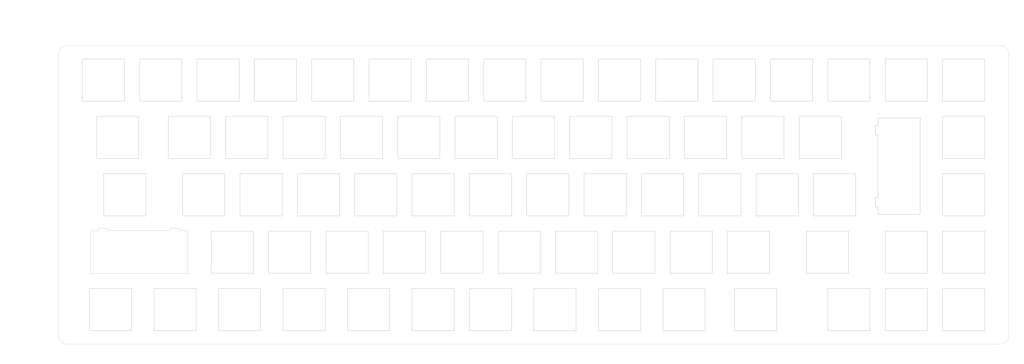
<source format=kicad_pcb>
(kicad_pcb (version 20171130) (host pcbnew "(5.1.5)-3")

  (general
    (thickness 1.6)
    (drawings 52)
    (tracks 0)
    (zones 0)
    (modules 89)
    (nets 1)
  )

  (page A3)
  (layers
    (0 F.Cu signal)
    (31 B.Cu signal)
    (32 B.Adhes user)
    (33 F.Adhes user)
    (34 B.Paste user)
    (35 F.Paste user)
    (36 B.SilkS user)
    (37 F.SilkS user)
    (38 B.Mask user)
    (39 F.Mask user)
    (40 Dwgs.User user)
    (41 Cmts.User user)
    (42 Eco1.User user)
    (43 Eco2.User user)
    (44 Edge.Cuts user)
    (45 Margin user)
    (46 B.CrtYd user)
    (47 F.CrtYd user)
    (48 B.Fab user)
    (49 F.Fab user)
  )

  (setup
    (last_trace_width 0.25)
    (user_trace_width 0.5)
    (user_trace_width 0.5)
    (trace_clearance 0.2)
    (zone_clearance 0.508)
    (zone_45_only no)
    (trace_min 0.2)
    (via_size 0.8)
    (via_drill 0.4)
    (via_min_size 0.4)
    (via_min_drill 0.3)
    (uvia_size 0.3)
    (uvia_drill 0.1)
    (uvias_allowed no)
    (uvia_min_size 0.2)
    (uvia_min_drill 0.1)
    (edge_width 0.1)
    (segment_width 0.2)
    (pcb_text_width 0.3)
    (pcb_text_size 1.5 1.5)
    (mod_edge_width 0.15)
    (mod_text_size 1 1)
    (mod_text_width 0.15)
    (pad_size 2.2 2.2)
    (pad_drill 2.2)
    (pad_to_mask_clearance 0)
    (solder_mask_min_width 0.25)
    (aux_axis_origin 0 0)
    (visible_elements 7FFFFFFF)
    (pcbplotparams
      (layerselection 0x21100_7ffffffe)
      (usegerberextensions true)
      (usegerberattributes false)
      (usegerberadvancedattributes false)
      (creategerberjobfile false)
      (excludeedgelayer true)
      (linewidth 0.100000)
      (plotframeref false)
      (viasonmask false)
      (mode 1)
      (useauxorigin false)
      (hpglpennumber 1)
      (hpglpenspeed 20)
      (hpglpendiameter 15.000000)
      (psnegative false)
      (psa4output false)
      (plotreference true)
      (plotvalue true)
      (plotinvisibletext false)
      (padsonsilk false)
      (subtractmaskfromsilk false)
      (outputformat 4)
      (mirror false)
      (drillshape 0)
      (scaleselection 1)
      (outputdirectory "C:/Users/サリチル酸/Desktop/"))
  )

  (net 0 "")

  (net_class Default "これはデフォルトのネット クラスです。"
    (clearance 0.2)
    (trace_width 0.25)
    (via_dia 0.8)
    (via_drill 0.4)
    (uvia_dia 0.3)
    (uvia_drill 0.1)
  )

  (module kbd:SW_Hole_1.75 (layer F.Cu) (tedit 5FB4AB18) (tstamp 60A296AC)
    (at 269.08125 85.725)
    (path /5C3DCEFA)
    (fp_text reference SW8 (at 7 8.1) (layer F.SilkS) hide
      (effects (font (size 1 1) (thickness 0.15)))
    )
    (fp_text value SW_PUSH (at -7.4 -8.1) (layer F.Fab) hide
      (effects (font (size 1 1) (thickness 0.15)))
    )
    (fp_line (start -7 -7) (end 7 -7) (layer Edge.Cuts) (width 0.15))
    (fp_line (start 7 -7) (end 7 7) (layer Edge.Cuts) (width 0.15))
    (fp_line (start 7 7) (end -7 7) (layer Edge.Cuts) (width 0.15))
    (fp_line (start -7 7) (end -7 -7) (layer Edge.Cuts) (width 0.15))
    (fp_line (start 16.66875 -9.525) (end -16.66875 -9.525) (layer F.Fab) (width 0.15))
    (fp_line (start -16.66875 -9.525) (end -16.66875 9.525) (layer F.Fab) (width 0.15))
    (fp_line (start -16.66875 9.525) (end 16.66875 9.525) (layer F.Fab) (width 0.15))
    (fp_line (start 16.66875 9.525) (end 16.66875 -9.525) (layer F.Fab) (width 0.15))
  )

  (module kbd:SW_Hole_2.25u (layer F.Cu) (tedit 5EB97C11) (tstamp 60A290EB)
    (at 40.48125 85.725 180)
    (fp_text reference SW4 (at 7 8.1) (layer Edge.Cuts) hide
      (effects (font (size 1 1) (thickness 0.15)))
    )
    (fp_text value KEY_SWITCH (at -7.4 -8.1) (layer F.Fab) hide
      (effects (font (size 1 1) (thickness 0.15)))
    )
    (fp_line (start -16.1 -7.1) (end 16.1 -7.1) (layer Edge.Cuts) (width 0.12))
    (fp_line (start -16.1 7.1) (end -16.1 -7.1) (layer Edge.Cuts) (width 0.12))
    (fp_line (start -13.5 7.1) (end -16.1 7.1) (layer Edge.Cuts) (width 0.12))
    (fp_line (start -13.5 7.95) (end -13.5 7.1) (layer Edge.Cuts) (width 0.12))
    (fp_line (start -10.4 7.95) (end -13.5 7.95) (layer Edge.Cuts) (width 0.12))
    (fp_line (start -10.4 7.1) (end -10.4 7.95) (layer Edge.Cuts) (width 0.12))
    (fp_line (start 10.4 7.1) (end -10.4 7.1) (layer Edge.Cuts) (width 0.12))
    (fp_line (start 10.4 7.95) (end 10.4 7.1) (layer Edge.Cuts) (width 0.12))
    (fp_line (start 13.5 7.95) (end 10.4 7.95) (layer Edge.Cuts) (width 0.12))
    (fp_line (start 13.5 7.1) (end 13.5 7.95) (layer Edge.Cuts) (width 0.12))
    (fp_line (start 16.1 7.1) (end 13.5 7.1) (layer Edge.Cuts) (width 0.12))
    (fp_line (start 16.1 -7.1) (end 16.1 7.1) (layer Edge.Cuts) (width 0.12))
    (fp_line (start 21.43125 9.525) (end 21.43125 -9.525) (layer F.Fab) (width 0.15))
    (fp_line (start -21.43125 9.525) (end 21.43125 9.525) (layer F.Fab) (width 0.15))
    (fp_line (start -21.43125 -9.525) (end -21.43125 9.525) (layer F.Fab) (width 0.15))
    (fp_line (start 21.43125 -9.525) (end -21.43125 -9.525) (layer F.Fab) (width 0.15))
  )

  (module kbd:SW_Hole (layer F.Cu) (tedit 5CB3579A) (tstamp 60A299F2)
    (at 200.025 104.775)
    (path /5C3DCEFA)
    (fp_text reference SW8 (at 7 8.1) (layer F.SilkS) hide
      (effects (font (size 1 1) (thickness 0.15)))
    )
    (fp_text value SW_PUSH (at -7.4 -8.1) (layer F.Fab) hide
      (effects (font (size 1 1) (thickness 0.15)))
    )
    (fp_line (start 9.525 9.525) (end 9.525 -9.525) (layer F.Fab) (width 0.15))
    (fp_line (start -9.525 9.525) (end 9.525 9.525) (layer F.Fab) (width 0.15))
    (fp_line (start -9.525 -9.525) (end -9.525 9.525) (layer F.Fab) (width 0.15))
    (fp_line (start 9.525 -9.525) (end -9.525 -9.525) (layer F.Fab) (width 0.15))
    (fp_line (start -7 7) (end -7 -7) (layer Edge.Cuts) (width 0.15))
    (fp_line (start 7 7) (end -7 7) (layer Edge.Cuts) (width 0.15))
    (fp_line (start 7 -7) (end 7 7) (layer Edge.Cuts) (width 0.15))
    (fp_line (start -7 -7) (end 7 -7) (layer Edge.Cuts) (width 0.15))
  )

  (module kbd:SW_Hole_1.25 (layer F.Cu) (tedit 5FB4AAB0) (tstamp 60A299D0)
    (at 221.45625 104.775)
    (path /5C6AB630)
    (fp_text reference SW5 (at 7 8.1) (layer F.SilkS) hide
      (effects (font (size 1 1) (thickness 0.15)))
    )
    (fp_text value SW_PUSH (at -7.4 -8.1) (layer F.Fab) hide
      (effects (font (size 1 1) (thickness 0.15)))
    )
    (fp_line (start 11.90625 9.525) (end 11.90625 -9.525) (layer F.Fab) (width 0.15))
    (fp_line (start -11.90625 9.525) (end 11.90625 9.525) (layer F.Fab) (width 0.15))
    (fp_line (start -11.90625 -9.525) (end -11.90625 9.525) (layer F.Fab) (width 0.15))
    (fp_line (start 11.90625 -9.525) (end -11.90625 -9.525) (layer F.Fab) (width 0.15))
    (fp_line (start -7 7) (end -7 -7) (layer Edge.Cuts) (width 0.15))
    (fp_line (start 7 7) (end -7 7) (layer Edge.Cuts) (width 0.15))
    (fp_line (start 7 -7) (end 7 7) (layer Edge.Cuts) (width 0.15))
    (fp_line (start -7 -7) (end 7 -7) (layer Edge.Cuts) (width 0.15))
  )

  (module kbd:SW_Hole_1.25 (layer F.Cu) (tedit 5FB4AAB0) (tstamp 60A299BA)
    (at 245.26875 104.775)
    (path /5C6AB630)
    (fp_text reference SW5 (at 7 8.1) (layer F.SilkS) hide
      (effects (font (size 1 1) (thickness 0.15)))
    )
    (fp_text value SW_PUSH (at -7.4 -8.1) (layer F.Fab) hide
      (effects (font (size 1 1) (thickness 0.15)))
    )
    (fp_line (start -7 -7) (end 7 -7) (layer Edge.Cuts) (width 0.15))
    (fp_line (start 7 -7) (end 7 7) (layer Edge.Cuts) (width 0.15))
    (fp_line (start 7 7) (end -7 7) (layer Edge.Cuts) (width 0.15))
    (fp_line (start -7 7) (end -7 -7) (layer Edge.Cuts) (width 0.15))
    (fp_line (start 11.90625 -9.525) (end -11.90625 -9.525) (layer F.Fab) (width 0.15))
    (fp_line (start -11.90625 -9.525) (end -11.90625 9.525) (layer F.Fab) (width 0.15))
    (fp_line (start -11.90625 9.525) (end 11.90625 9.525) (layer F.Fab) (width 0.15))
    (fp_line (start 11.90625 9.525) (end 11.90625 -9.525) (layer F.Fab) (width 0.15))
  )

  (module kbd:SW_Hole_1.25 (layer F.Cu) (tedit 5FB4AAB0) (tstamp 60A299A4)
    (at 178.59375 104.775)
    (path /5C6AB630)
    (fp_text reference SW5 (at 7 8.1) (layer F.SilkS) hide
      (effects (font (size 1 1) (thickness 0.15)))
    )
    (fp_text value SW_PUSH (at -7.4 -8.1) (layer F.Fab) hide
      (effects (font (size 1 1) (thickness 0.15)))
    )
    (fp_line (start 11.90625 9.525) (end 11.90625 -9.525) (layer F.Fab) (width 0.15))
    (fp_line (start -11.90625 9.525) (end 11.90625 9.525) (layer F.Fab) (width 0.15))
    (fp_line (start -11.90625 -9.525) (end -11.90625 9.525) (layer F.Fab) (width 0.15))
    (fp_line (start 11.90625 -9.525) (end -11.90625 -9.525) (layer F.Fab) (width 0.15))
    (fp_line (start -7 7) (end -7 -7) (layer Edge.Cuts) (width 0.15))
    (fp_line (start 7 7) (end -7 7) (layer Edge.Cuts) (width 0.15))
    (fp_line (start 7 -7) (end 7 7) (layer Edge.Cuts) (width 0.15))
    (fp_line (start -7 -7) (end 7 -7) (layer Edge.Cuts) (width 0.15))
  )

  (module kbd:SW_Hole (layer F.Cu) (tedit 5CB3579A) (tstamp 60A29976)
    (at 138.1125 104.775)
    (path /5C3DCEFA)
    (fp_text reference SW8 (at 7 8.1) (layer F.SilkS) hide
      (effects (font (size 1 1) (thickness 0.15)))
    )
    (fp_text value SW_PUSH (at -7.4 -8.1) (layer F.Fab) hide
      (effects (font (size 1 1) (thickness 0.15)))
    )
    (fp_line (start -7 -7) (end 7 -7) (layer Edge.Cuts) (width 0.15))
    (fp_line (start 7 -7) (end 7 7) (layer Edge.Cuts) (width 0.15))
    (fp_line (start 7 7) (end -7 7) (layer Edge.Cuts) (width 0.15))
    (fp_line (start -7 7) (end -7 -7) (layer Edge.Cuts) (width 0.15))
    (fp_line (start 9.525 -9.525) (end -9.525 -9.525) (layer F.Fab) (width 0.15))
    (fp_line (start -9.525 -9.525) (end -9.525 9.525) (layer F.Fab) (width 0.15))
    (fp_line (start -9.525 9.525) (end 9.525 9.525) (layer F.Fab) (width 0.15))
    (fp_line (start 9.525 9.525) (end 9.525 -9.525) (layer F.Fab) (width 0.15))
  )

  (module kbd:SW_Hole (layer F.Cu) (tedit 5CB3579A) (tstamp 60A2996B)
    (at 157.1625 104.775)
    (path /5C3DCEFA)
    (fp_text reference SW8 (at 7 8.1) (layer F.SilkS) hide
      (effects (font (size 1 1) (thickness 0.15)))
    )
    (fp_text value SW_PUSH (at -7.4 -8.1) (layer F.Fab) hide
      (effects (font (size 1 1) (thickness 0.15)))
    )
    (fp_line (start 9.525 9.525) (end 9.525 -9.525) (layer F.Fab) (width 0.15))
    (fp_line (start -9.525 9.525) (end 9.525 9.525) (layer F.Fab) (width 0.15))
    (fp_line (start -9.525 -9.525) (end -9.525 9.525) (layer F.Fab) (width 0.15))
    (fp_line (start 9.525 -9.525) (end -9.525 -9.525) (layer F.Fab) (width 0.15))
    (fp_line (start -7 7) (end -7 -7) (layer Edge.Cuts) (width 0.15))
    (fp_line (start 7 7) (end -7 7) (layer Edge.Cuts) (width 0.15))
    (fp_line (start 7 -7) (end 7 7) (layer Edge.Cuts) (width 0.15))
    (fp_line (start -7 -7) (end 7 -7) (layer Edge.Cuts) (width 0.15))
  )

  (module kbd:SW_Hole (layer F.Cu) (tedit 5CB3579A) (tstamp 60A2993F)
    (at 295.275 104.775)
    (path /5C3DCEFA)
    (fp_text reference SW8 (at 7 8.1) (layer F.SilkS) hide
      (effects (font (size 1 1) (thickness 0.15)))
    )
    (fp_text value SW_PUSH (at -7.4 -8.1) (layer F.Fab) hide
      (effects (font (size 1 1) (thickness 0.15)))
    )
    (fp_line (start -7 -7) (end 7 -7) (layer Edge.Cuts) (width 0.15))
    (fp_line (start 7 -7) (end 7 7) (layer Edge.Cuts) (width 0.15))
    (fp_line (start 7 7) (end -7 7) (layer Edge.Cuts) (width 0.15))
    (fp_line (start -7 7) (end -7 -7) (layer Edge.Cuts) (width 0.15))
    (fp_line (start 9.525 -9.525) (end -9.525 -9.525) (layer F.Fab) (width 0.15))
    (fp_line (start -9.525 -9.525) (end -9.525 9.525) (layer F.Fab) (width 0.15))
    (fp_line (start -9.525 9.525) (end 9.525 9.525) (layer F.Fab) (width 0.15))
    (fp_line (start 9.525 9.525) (end 9.525 -9.525) (layer F.Fab) (width 0.15))
  )

  (module kbd:SW_Hole (layer F.Cu) (tedit 5CB3579A) (tstamp 60A29934)
    (at 314.325 104.775)
    (path /5C3DCEFA)
    (fp_text reference SW8 (at 7 8.1) (layer F.SilkS) hide
      (effects (font (size 1 1) (thickness 0.15)))
    )
    (fp_text value SW_PUSH (at -7.4 -8.1) (layer F.Fab) hide
      (effects (font (size 1 1) (thickness 0.15)))
    )
    (fp_line (start -7 -7) (end 7 -7) (layer Edge.Cuts) (width 0.15))
    (fp_line (start 7 -7) (end 7 7) (layer Edge.Cuts) (width 0.15))
    (fp_line (start 7 7) (end -7 7) (layer Edge.Cuts) (width 0.15))
    (fp_line (start -7 7) (end -7 -7) (layer Edge.Cuts) (width 0.15))
    (fp_line (start 9.525 -9.525) (end -9.525 -9.525) (layer F.Fab) (width 0.15))
    (fp_line (start -9.525 -9.525) (end -9.525 9.525) (layer F.Fab) (width 0.15))
    (fp_line (start -9.525 9.525) (end 9.525 9.525) (layer F.Fab) (width 0.15))
    (fp_line (start 9.525 9.525) (end 9.525 -9.525) (layer F.Fab) (width 0.15))
  )

  (module kbd:SW_Hole (layer F.Cu) (tedit 5CB3579A) (tstamp 60A29929)
    (at 276.225 104.775)
    (path /5C3DCEFA)
    (fp_text reference SW8 (at 7 8.1) (layer F.SilkS) hide
      (effects (font (size 1 1) (thickness 0.15)))
    )
    (fp_text value SW_PUSH (at -7.4 -8.1) (layer F.Fab) hide
      (effects (font (size 1 1) (thickness 0.15)))
    )
    (fp_line (start 9.525 9.525) (end 9.525 -9.525) (layer F.Fab) (width 0.15))
    (fp_line (start -9.525 9.525) (end 9.525 9.525) (layer F.Fab) (width 0.15))
    (fp_line (start -9.525 -9.525) (end -9.525 9.525) (layer F.Fab) (width 0.15))
    (fp_line (start 9.525 -9.525) (end -9.525 -9.525) (layer F.Fab) (width 0.15))
    (fp_line (start -7 7) (end -7 -7) (layer Edge.Cuts) (width 0.15))
    (fp_line (start 7 7) (end -7 7) (layer Edge.Cuts) (width 0.15))
    (fp_line (start 7 -7) (end 7 7) (layer Edge.Cuts) (width 0.15))
    (fp_line (start -7 -7) (end 7 -7) (layer Edge.Cuts) (width 0.15))
  )

  (module kbd:SW_Hole (layer F.Cu) (tedit 5CB3579A) (tstamp 60A298E0)
    (at 276.225 28.575)
    (path /5C3DCE96)
    (fp_text reference SW4 (at 7 8.1) (layer F.SilkS) hide
      (effects (font (size 1 1) (thickness 0.15)))
    )
    (fp_text value SW_PUSH (at -7.4 -8.1) (layer F.Fab) hide
      (effects (font (size 1 1) (thickness 0.15)))
    )
    (fp_line (start 9.525 9.525) (end 9.525 -9.525) (layer F.Fab) (width 0.15))
    (fp_line (start -9.525 9.525) (end 9.525 9.525) (layer F.Fab) (width 0.15))
    (fp_line (start -9.525 -9.525) (end -9.525 9.525) (layer F.Fab) (width 0.15))
    (fp_line (start 9.525 -9.525) (end -9.525 -9.525) (layer F.Fab) (width 0.15))
    (fp_line (start -7 7) (end -7 -7) (layer Edge.Cuts) (width 0.15))
    (fp_line (start 7 7) (end -7 7) (layer Edge.Cuts) (width 0.15))
    (fp_line (start 7 -7) (end 7 7) (layer Edge.Cuts) (width 0.15))
    (fp_line (start -7 -7) (end 7 -7) (layer Edge.Cuts) (width 0.15))
  )

  (module kbd:SW_Hole (layer F.Cu) (tedit 5CB3579A) (tstamp 60A298D5)
    (at 295.275 28.575)
    (path /5C3DCE96)
    (fp_text reference SW4 (at 7 8.1) (layer F.SilkS) hide
      (effects (font (size 1 1) (thickness 0.15)))
    )
    (fp_text value SW_PUSH (at -7.4 -8.1) (layer F.Fab) hide
      (effects (font (size 1 1) (thickness 0.15)))
    )
    (fp_line (start -7 -7) (end 7 -7) (layer Edge.Cuts) (width 0.15))
    (fp_line (start 7 -7) (end 7 7) (layer Edge.Cuts) (width 0.15))
    (fp_line (start 7 7) (end -7 7) (layer Edge.Cuts) (width 0.15))
    (fp_line (start -7 7) (end -7 -7) (layer Edge.Cuts) (width 0.15))
    (fp_line (start 9.525 -9.525) (end -9.525 -9.525) (layer F.Fab) (width 0.15))
    (fp_line (start -9.525 -9.525) (end -9.525 9.525) (layer F.Fab) (width 0.15))
    (fp_line (start -9.525 9.525) (end 9.525 9.525) (layer F.Fab) (width 0.15))
    (fp_line (start 9.525 9.525) (end 9.525 -9.525) (layer F.Fab) (width 0.15))
  )

  (module kbd:SW_Hole (layer F.Cu) (tedit 5CB3579A) (tstamp 60A29840)
    (at 314.325 66.675)
    (path /5C3DCE96)
    (fp_text reference SW4 (at 7 8.1) (layer F.SilkS) hide
      (effects (font (size 1 1) (thickness 0.15)))
    )
    (fp_text value SW_PUSH (at -7.4 -8.1) (layer F.Fab) hide
      (effects (font (size 1 1) (thickness 0.15)))
    )
    (fp_line (start 9.525 9.525) (end 9.525 -9.525) (layer F.Fab) (width 0.15))
    (fp_line (start -9.525 9.525) (end 9.525 9.525) (layer F.Fab) (width 0.15))
    (fp_line (start -9.525 -9.525) (end -9.525 9.525) (layer F.Fab) (width 0.15))
    (fp_line (start 9.525 -9.525) (end -9.525 -9.525) (layer F.Fab) (width 0.15))
    (fp_line (start -7 7) (end -7 -7) (layer Edge.Cuts) (width 0.15))
    (fp_line (start 7 7) (end -7 7) (layer Edge.Cuts) (width 0.15))
    (fp_line (start 7 -7) (end 7 7) (layer Edge.Cuts) (width 0.15))
    (fp_line (start -7 -7) (end 7 -7) (layer Edge.Cuts) (width 0.15))
  )

  (module kbd:SW_Hole (layer F.Cu) (tedit 5CB3579A) (tstamp 60A29835)
    (at 314.325 47.625)
    (path /5C3DCEFA)
    (fp_text reference SW8 (at 7 8.1) (layer F.SilkS) hide
      (effects (font (size 1 1) (thickness 0.15)))
    )
    (fp_text value SW_PUSH (at -7.4 -8.1) (layer F.Fab) hide
      (effects (font (size 1 1) (thickness 0.15)))
    )
    (fp_line (start -7 -7) (end 7 -7) (layer Edge.Cuts) (width 0.15))
    (fp_line (start 7 -7) (end 7 7) (layer Edge.Cuts) (width 0.15))
    (fp_line (start 7 7) (end -7 7) (layer Edge.Cuts) (width 0.15))
    (fp_line (start -7 7) (end -7 -7) (layer Edge.Cuts) (width 0.15))
    (fp_line (start 9.525 -9.525) (end -9.525 -9.525) (layer F.Fab) (width 0.15))
    (fp_line (start -9.525 -9.525) (end -9.525 9.525) (layer F.Fab) (width 0.15))
    (fp_line (start -9.525 9.525) (end 9.525 9.525) (layer F.Fab) (width 0.15))
    (fp_line (start 9.525 9.525) (end 9.525 -9.525) (layer F.Fab) (width 0.15))
  )

  (module kbd:SW_Hole (layer F.Cu) (tedit 5CB3579A) (tstamp 60A2982A)
    (at 314.325 28.575)
    (path /5C3DCE96)
    (fp_text reference SW4 (at 7 8.1) (layer F.SilkS) hide
      (effects (font (size 1 1) (thickness 0.15)))
    )
    (fp_text value SW_PUSH (at -7.4 -8.1) (layer F.Fab) hide
      (effects (font (size 1 1) (thickness 0.15)))
    )
    (fp_line (start -7 -7) (end 7 -7) (layer Edge.Cuts) (width 0.15))
    (fp_line (start 7 -7) (end 7 7) (layer Edge.Cuts) (width 0.15))
    (fp_line (start 7 7) (end -7 7) (layer Edge.Cuts) (width 0.15))
    (fp_line (start -7 7) (end -7 -7) (layer Edge.Cuts) (width 0.15))
    (fp_line (start 9.525 -9.525) (end -9.525 -9.525) (layer F.Fab) (width 0.15))
    (fp_line (start -9.525 -9.525) (end -9.525 9.525) (layer F.Fab) (width 0.15))
    (fp_line (start -9.525 9.525) (end 9.525 9.525) (layer F.Fab) (width 0.15))
    (fp_line (start 9.525 9.525) (end 9.525 -9.525) (layer F.Fab) (width 0.15))
  )

  (module kbd:SW_Hole (layer F.Cu) (tedit 5CB3579A) (tstamp 60A2981F)
    (at 314.325 85.725)
    (path /5C3DCEFA)
    (fp_text reference SW8 (at 7 8.1) (layer F.SilkS) hide
      (effects (font (size 1 1) (thickness 0.15)))
    )
    (fp_text value SW_PUSH (at -7.4 -8.1) (layer F.Fab) hide
      (effects (font (size 1 1) (thickness 0.15)))
    )
    (fp_line (start 9.525 9.525) (end 9.525 -9.525) (layer F.Fab) (width 0.15))
    (fp_line (start -9.525 9.525) (end 9.525 9.525) (layer F.Fab) (width 0.15))
    (fp_line (start -9.525 -9.525) (end -9.525 9.525) (layer F.Fab) (width 0.15))
    (fp_line (start 9.525 -9.525) (end -9.525 -9.525) (layer F.Fab) (width 0.15))
    (fp_line (start -7 7) (end -7 -7) (layer Edge.Cuts) (width 0.15))
    (fp_line (start 7 7) (end -7 7) (layer Edge.Cuts) (width 0.15))
    (fp_line (start 7 -7) (end 7 7) (layer Edge.Cuts) (width 0.15))
    (fp_line (start -7 -7) (end 7 -7) (layer Edge.Cuts) (width 0.15))
  )

  (module kbd:SW_Hole_2u (layer F.Cu) (tedit 5CF56752) (tstamp 60A297C8)
    (at 292.89375 57.15 270)
    (fp_text reference SW4 (at 7 8.1 90) (layer Edge.Cuts) hide
      (effects (font (size 1 1) (thickness 0.15)))
    )
    (fp_text value KEY_SWITCH (at -7.4 -8.1 90) (layer F.Fab) hide
      (effects (font (size 1 1) (thickness 0.15)))
    )
    (fp_line (start 19.05 9.525) (end 19.05 -9.525) (layer F.Fab) (width 0.15))
    (fp_line (start -19.05 9.525) (end 19.05 9.525) (layer F.Fab) (width 0.15))
    (fp_line (start -19.05 -9.525) (end -19.05 9.525) (layer F.Fab) (width 0.15))
    (fp_line (start 19.05 -9.525) (end -19.05 -9.525) (layer F.Fab) (width 0.15))
    (fp_line (start -16 7) (end -16 -7) (layer Edge.Cuts) (width 0.15))
    (fp_line (start 10.4 7) (end -10.4 7) (layer Edge.Cuts) (width 0.15))
    (fp_line (start 16 -7) (end 16 7) (layer Edge.Cuts) (width 0.15))
    (fp_line (start -16 -7) (end 16 -7) (layer Edge.Cuts) (width 0.15))
    (fp_line (start 10.4 7.85) (end 13.5 7.85) (layer Edge.Cuts) (width 0.15))
    (fp_line (start 16 7) (end 13.5 7) (layer Edge.Cuts) (width 0.15))
    (fp_line (start 13.5 7) (end 13.5 7.85) (layer Edge.Cuts) (width 0.15))
    (fp_line (start 10.4 7) (end 10.4 7.85) (layer Edge.Cuts) (width 0.15))
    (fp_line (start -13.5 7) (end -13.5 7.85) (layer Edge.Cuts) (width 0.15))
    (fp_line (start -10.4 7) (end -10.4 7.85) (layer Edge.Cuts) (width 0.15))
    (fp_line (start -13.5 7.85) (end -10.4 7.85) (layer Edge.Cuts) (width 0.15))
    (fp_line (start -13.5 7) (end -16 7) (layer Edge.Cuts) (width 0.15))
  )

  (module kbd:SW_Hole (layer F.Cu) (tedit 5CB3579A) (tstamp 60A29725)
    (at 266.7 47.625)
    (path /5C3DCEFA)
    (fp_text reference SW8 (at 7 8.1) (layer F.SilkS) hide
      (effects (font (size 1 1) (thickness 0.15)))
    )
    (fp_text value SW_PUSH (at -7.4 -8.1) (layer F.Fab) hide
      (effects (font (size 1 1) (thickness 0.15)))
    )
    (fp_line (start 9.525 9.525) (end 9.525 -9.525) (layer F.Fab) (width 0.15))
    (fp_line (start -9.525 9.525) (end 9.525 9.525) (layer F.Fab) (width 0.15))
    (fp_line (start -9.525 -9.525) (end -9.525 9.525) (layer F.Fab) (width 0.15))
    (fp_line (start 9.525 -9.525) (end -9.525 -9.525) (layer F.Fab) (width 0.15))
    (fp_line (start -7 7) (end -7 -7) (layer Edge.Cuts) (width 0.15))
    (fp_line (start 7 7) (end -7 7) (layer Edge.Cuts) (width 0.15))
    (fp_line (start 7 -7) (end 7 7) (layer Edge.Cuts) (width 0.15))
    (fp_line (start -7 -7) (end 7 -7) (layer Edge.Cuts) (width 0.15))
  )

  (module kbd:SW_Hole (layer F.Cu) (tedit 5CB3579A) (tstamp 60A2971A)
    (at 252.4125 66.675)
    (path /5C3DCE96)
    (fp_text reference SW4 (at 7 8.1) (layer F.SilkS) hide
      (effects (font (size 1 1) (thickness 0.15)))
    )
    (fp_text value SW_PUSH (at -7.4 -8.1) (layer F.Fab) hide
      (effects (font (size 1 1) (thickness 0.15)))
    )
    (fp_line (start 9.525 9.525) (end 9.525 -9.525) (layer F.Fab) (width 0.15))
    (fp_line (start -9.525 9.525) (end 9.525 9.525) (layer F.Fab) (width 0.15))
    (fp_line (start -9.525 -9.525) (end -9.525 9.525) (layer F.Fab) (width 0.15))
    (fp_line (start 9.525 -9.525) (end -9.525 -9.525) (layer F.Fab) (width 0.15))
    (fp_line (start -7 7) (end -7 -7) (layer Edge.Cuts) (width 0.15))
    (fp_line (start 7 7) (end -7 7) (layer Edge.Cuts) (width 0.15))
    (fp_line (start 7 -7) (end 7 7) (layer Edge.Cuts) (width 0.15))
    (fp_line (start -7 -7) (end 7 -7) (layer Edge.Cuts) (width 0.15))
  )

  (module kbd:SW_Hole (layer F.Cu) (tedit 5CB3579A) (tstamp 60A2970F)
    (at 219.075 28.575)
    (path /5C3DCE96)
    (fp_text reference SW4 (at 7 8.1) (layer F.SilkS) hide
      (effects (font (size 1 1) (thickness 0.15)))
    )
    (fp_text value SW_PUSH (at -7.4 -8.1) (layer F.Fab) hide
      (effects (font (size 1 1) (thickness 0.15)))
    )
    (fp_line (start 9.525 9.525) (end 9.525 -9.525) (layer F.Fab) (width 0.15))
    (fp_line (start -9.525 9.525) (end 9.525 9.525) (layer F.Fab) (width 0.15))
    (fp_line (start -9.525 -9.525) (end -9.525 9.525) (layer F.Fab) (width 0.15))
    (fp_line (start 9.525 -9.525) (end -9.525 -9.525) (layer F.Fab) (width 0.15))
    (fp_line (start -7 7) (end -7 -7) (layer Edge.Cuts) (width 0.15))
    (fp_line (start 7 7) (end -7 7) (layer Edge.Cuts) (width 0.15))
    (fp_line (start 7 -7) (end 7 7) (layer Edge.Cuts) (width 0.15))
    (fp_line (start -7 -7) (end 7 -7) (layer Edge.Cuts) (width 0.15))
  )

  (module kbd:SW_Hole (layer F.Cu) (tedit 5CB3579A) (tstamp 60A29704)
    (at 257.175 28.575)
    (path /5C3DCE96)
    (fp_text reference SW4 (at 7 8.1) (layer F.SilkS) hide
      (effects (font (size 1 1) (thickness 0.15)))
    )
    (fp_text value SW_PUSH (at -7.4 -8.1) (layer F.Fab) hide
      (effects (font (size 1 1) (thickness 0.15)))
    )
    (fp_line (start 9.525 9.525) (end 9.525 -9.525) (layer F.Fab) (width 0.15))
    (fp_line (start -9.525 9.525) (end 9.525 9.525) (layer F.Fab) (width 0.15))
    (fp_line (start -9.525 -9.525) (end -9.525 9.525) (layer F.Fab) (width 0.15))
    (fp_line (start 9.525 -9.525) (end -9.525 -9.525) (layer F.Fab) (width 0.15))
    (fp_line (start -7 7) (end -7 -7) (layer Edge.Cuts) (width 0.15))
    (fp_line (start 7 7) (end -7 7) (layer Edge.Cuts) (width 0.15))
    (fp_line (start 7 -7) (end 7 7) (layer Edge.Cuts) (width 0.15))
    (fp_line (start -7 -7) (end 7 -7) (layer Edge.Cuts) (width 0.15))
  )

  (module kbd:SW_Hole (layer F.Cu) (tedit 5CB3579A) (tstamp 60A296F9)
    (at 247.65 47.625)
    (path /5C3DCEFA)
    (fp_text reference SW8 (at 7 8.1) (layer F.SilkS) hide
      (effects (font (size 1 1) (thickness 0.15)))
    )
    (fp_text value SW_PUSH (at -7.4 -8.1) (layer F.Fab) hide
      (effects (font (size 1 1) (thickness 0.15)))
    )
    (fp_line (start -7 -7) (end 7 -7) (layer Edge.Cuts) (width 0.15))
    (fp_line (start 7 -7) (end 7 7) (layer Edge.Cuts) (width 0.15))
    (fp_line (start 7 7) (end -7 7) (layer Edge.Cuts) (width 0.15))
    (fp_line (start -7 7) (end -7 -7) (layer Edge.Cuts) (width 0.15))
    (fp_line (start 9.525 -9.525) (end -9.525 -9.525) (layer F.Fab) (width 0.15))
    (fp_line (start -9.525 -9.525) (end -9.525 9.525) (layer F.Fab) (width 0.15))
    (fp_line (start -9.525 9.525) (end 9.525 9.525) (layer F.Fab) (width 0.15))
    (fp_line (start 9.525 9.525) (end 9.525 -9.525) (layer F.Fab) (width 0.15))
  )

  (module kbd:SW_Hole (layer F.Cu) (tedit 5CB3579A) (tstamp 60A296EE)
    (at 271.4625 66.675)
    (path /5C3DCE96)
    (fp_text reference SW4 (at 7 8.1) (layer F.SilkS) hide
      (effects (font (size 1 1) (thickness 0.15)))
    )
    (fp_text value SW_PUSH (at -7.4 -8.1) (layer F.Fab) hide
      (effects (font (size 1 1) (thickness 0.15)))
    )
    (fp_line (start -7 -7) (end 7 -7) (layer Edge.Cuts) (width 0.15))
    (fp_line (start 7 -7) (end 7 7) (layer Edge.Cuts) (width 0.15))
    (fp_line (start 7 7) (end -7 7) (layer Edge.Cuts) (width 0.15))
    (fp_line (start -7 7) (end -7 -7) (layer Edge.Cuts) (width 0.15))
    (fp_line (start 9.525 -9.525) (end -9.525 -9.525) (layer F.Fab) (width 0.15))
    (fp_line (start -9.525 -9.525) (end -9.525 9.525) (layer F.Fab) (width 0.15))
    (fp_line (start -9.525 9.525) (end 9.525 9.525) (layer F.Fab) (width 0.15))
    (fp_line (start 9.525 9.525) (end 9.525 -9.525) (layer F.Fab) (width 0.15))
  )

  (module kbd:SW_Hole (layer F.Cu) (tedit 5CB3579A) (tstamp 60A296E3)
    (at 233.3625 66.675)
    (path /5C3DCE96)
    (fp_text reference SW4 (at 7 8.1) (layer F.SilkS) hide
      (effects (font (size 1 1) (thickness 0.15)))
    )
    (fp_text value SW_PUSH (at -7.4 -8.1) (layer F.Fab) hide
      (effects (font (size 1 1) (thickness 0.15)))
    )
    (fp_line (start -7 -7) (end 7 -7) (layer Edge.Cuts) (width 0.15))
    (fp_line (start 7 -7) (end 7 7) (layer Edge.Cuts) (width 0.15))
    (fp_line (start 7 7) (end -7 7) (layer Edge.Cuts) (width 0.15))
    (fp_line (start -7 7) (end -7 -7) (layer Edge.Cuts) (width 0.15))
    (fp_line (start 9.525 -9.525) (end -9.525 -9.525) (layer F.Fab) (width 0.15))
    (fp_line (start -9.525 -9.525) (end -9.525 9.525) (layer F.Fab) (width 0.15))
    (fp_line (start -9.525 9.525) (end 9.525 9.525) (layer F.Fab) (width 0.15))
    (fp_line (start 9.525 9.525) (end 9.525 -9.525) (layer F.Fab) (width 0.15))
  )

  (module kbd:SW_Hole (layer F.Cu) (tedit 5CB3579A) (tstamp 60A296D8)
    (at 228.6 47.625)
    (path /5C3DCEFA)
    (fp_text reference SW8 (at 7 8.1) (layer F.SilkS) hide
      (effects (font (size 1 1) (thickness 0.15)))
    )
    (fp_text value SW_PUSH (at -7.4 -8.1) (layer F.Fab) hide
      (effects (font (size 1 1) (thickness 0.15)))
    )
    (fp_line (start 9.525 9.525) (end 9.525 -9.525) (layer F.Fab) (width 0.15))
    (fp_line (start -9.525 9.525) (end 9.525 9.525) (layer F.Fab) (width 0.15))
    (fp_line (start -9.525 -9.525) (end -9.525 9.525) (layer F.Fab) (width 0.15))
    (fp_line (start 9.525 -9.525) (end -9.525 -9.525) (layer F.Fab) (width 0.15))
    (fp_line (start -7 7) (end -7 -7) (layer Edge.Cuts) (width 0.15))
    (fp_line (start 7 7) (end -7 7) (layer Edge.Cuts) (width 0.15))
    (fp_line (start 7 -7) (end 7 7) (layer Edge.Cuts) (width 0.15))
    (fp_line (start -7 -7) (end 7 -7) (layer Edge.Cuts) (width 0.15))
  )

  (module kbd:SW_Hole (layer F.Cu) (tedit 5CB3579A) (tstamp 60A296CD)
    (at 242.8875 85.725)
    (path /5C3DCEFA)
    (fp_text reference SW8 (at 7 8.1) (layer F.SilkS) hide
      (effects (font (size 1 1) (thickness 0.15)))
    )
    (fp_text value SW_PUSH (at -7.4 -8.1) (layer F.Fab) hide
      (effects (font (size 1 1) (thickness 0.15)))
    )
    (fp_line (start -7 -7) (end 7 -7) (layer Edge.Cuts) (width 0.15))
    (fp_line (start 7 -7) (end 7 7) (layer Edge.Cuts) (width 0.15))
    (fp_line (start 7 7) (end -7 7) (layer Edge.Cuts) (width 0.15))
    (fp_line (start -7 7) (end -7 -7) (layer Edge.Cuts) (width 0.15))
    (fp_line (start 9.525 -9.525) (end -9.525 -9.525) (layer F.Fab) (width 0.15))
    (fp_line (start -9.525 -9.525) (end -9.525 9.525) (layer F.Fab) (width 0.15))
    (fp_line (start -9.525 9.525) (end 9.525 9.525) (layer F.Fab) (width 0.15))
    (fp_line (start 9.525 9.525) (end 9.525 -9.525) (layer F.Fab) (width 0.15))
  )

  (module kbd:SW_Hole (layer F.Cu) (tedit 5CB3579A) (tstamp 60A296C2)
    (at 238.125 28.575)
    (path /5C3DCE96)
    (fp_text reference SW4 (at 7 8.1) (layer F.SilkS) hide
      (effects (font (size 1 1) (thickness 0.15)))
    )
    (fp_text value SW_PUSH (at -7.4 -8.1) (layer F.Fab) hide
      (effects (font (size 1 1) (thickness 0.15)))
    )
    (fp_line (start -7 -7) (end 7 -7) (layer Edge.Cuts) (width 0.15))
    (fp_line (start 7 -7) (end 7 7) (layer Edge.Cuts) (width 0.15))
    (fp_line (start 7 7) (end -7 7) (layer Edge.Cuts) (width 0.15))
    (fp_line (start -7 7) (end -7 -7) (layer Edge.Cuts) (width 0.15))
    (fp_line (start 9.525 -9.525) (end -9.525 -9.525) (layer F.Fab) (width 0.15))
    (fp_line (start -9.525 -9.525) (end -9.525 9.525) (layer F.Fab) (width 0.15))
    (fp_line (start -9.525 9.525) (end 9.525 9.525) (layer F.Fab) (width 0.15))
    (fp_line (start 9.525 9.525) (end 9.525 -9.525) (layer F.Fab) (width 0.15))
  )

  (module kbd:SW_Hole (layer F.Cu) (tedit 5CB3579A) (tstamp 60A296B7)
    (at 295.275 85.725)
    (path /5C3DCEFA)
    (fp_text reference SW8 (at 7 8.1) (layer F.SilkS) hide
      (effects (font (size 1 1) (thickness 0.15)))
    )
    (fp_text value SW_PUSH (at -7.4 -8.1) (layer F.Fab) hide
      (effects (font (size 1 1) (thickness 0.15)))
    )
    (fp_line (start 9.525 9.525) (end 9.525 -9.525) (layer F.Fab) (width 0.15))
    (fp_line (start -9.525 9.525) (end 9.525 9.525) (layer F.Fab) (width 0.15))
    (fp_line (start -9.525 -9.525) (end -9.525 9.525) (layer F.Fab) (width 0.15))
    (fp_line (start 9.525 -9.525) (end -9.525 -9.525) (layer F.Fab) (width 0.15))
    (fp_line (start -7 7) (end -7 -7) (layer Edge.Cuts) (width 0.15))
    (fp_line (start 7 7) (end -7 7) (layer Edge.Cuts) (width 0.15))
    (fp_line (start 7 -7) (end 7 7) (layer Edge.Cuts) (width 0.15))
    (fp_line (start -7 -7) (end 7 -7) (layer Edge.Cuts) (width 0.15))
  )

  (module kbd:SW_Hole (layer F.Cu) (tedit 5CB3579A) (tstamp 60A2961D)
    (at 190.5 47.625)
    (path /5C3DCEFA)
    (fp_text reference SW8 (at 7 8.1) (layer F.SilkS) hide
      (effects (font (size 1 1) (thickness 0.15)))
    )
    (fp_text value SW_PUSH (at -7.4 -8.1) (layer F.Fab) hide
      (effects (font (size 1 1) (thickness 0.15)))
    )
    (fp_line (start 9.525 9.525) (end 9.525 -9.525) (layer F.Fab) (width 0.15))
    (fp_line (start -9.525 9.525) (end 9.525 9.525) (layer F.Fab) (width 0.15))
    (fp_line (start -9.525 -9.525) (end -9.525 9.525) (layer F.Fab) (width 0.15))
    (fp_line (start 9.525 -9.525) (end -9.525 -9.525) (layer F.Fab) (width 0.15))
    (fp_line (start -7 7) (end -7 -7) (layer Edge.Cuts) (width 0.15))
    (fp_line (start 7 7) (end -7 7) (layer Edge.Cuts) (width 0.15))
    (fp_line (start 7 -7) (end 7 7) (layer Edge.Cuts) (width 0.15))
    (fp_line (start -7 -7) (end 7 -7) (layer Edge.Cuts) (width 0.15))
  )

  (module kbd:SW_Hole (layer F.Cu) (tedit 5CB3579A) (tstamp 60A29612)
    (at 214.3125 66.675)
    (path /5C3DCE96)
    (fp_text reference SW4 (at 7 8.1) (layer F.SilkS) hide
      (effects (font (size 1 1) (thickness 0.15)))
    )
    (fp_text value SW_PUSH (at -7.4 -8.1) (layer F.Fab) hide
      (effects (font (size 1 1) (thickness 0.15)))
    )
    (fp_line (start 9.525 9.525) (end 9.525 -9.525) (layer F.Fab) (width 0.15))
    (fp_line (start -9.525 9.525) (end 9.525 9.525) (layer F.Fab) (width 0.15))
    (fp_line (start -9.525 -9.525) (end -9.525 9.525) (layer F.Fab) (width 0.15))
    (fp_line (start 9.525 -9.525) (end -9.525 -9.525) (layer F.Fab) (width 0.15))
    (fp_line (start -7 7) (end -7 -7) (layer Edge.Cuts) (width 0.15))
    (fp_line (start 7 7) (end -7 7) (layer Edge.Cuts) (width 0.15))
    (fp_line (start 7 -7) (end 7 7) (layer Edge.Cuts) (width 0.15))
    (fp_line (start -7 -7) (end 7 -7) (layer Edge.Cuts) (width 0.15))
  )

  (module kbd:SW_Hole (layer F.Cu) (tedit 5CB3579A) (tstamp 60A29607)
    (at 171.45 47.625)
    (path /5C3DCEFA)
    (fp_text reference SW8 (at 7 8.1) (layer F.SilkS) hide
      (effects (font (size 1 1) (thickness 0.15)))
    )
    (fp_text value SW_PUSH (at -7.4 -8.1) (layer F.Fab) hide
      (effects (font (size 1 1) (thickness 0.15)))
    )
    (fp_line (start -7 -7) (end 7 -7) (layer Edge.Cuts) (width 0.15))
    (fp_line (start 7 -7) (end 7 7) (layer Edge.Cuts) (width 0.15))
    (fp_line (start 7 7) (end -7 7) (layer Edge.Cuts) (width 0.15))
    (fp_line (start -7 7) (end -7 -7) (layer Edge.Cuts) (width 0.15))
    (fp_line (start 9.525 -9.525) (end -9.525 -9.525) (layer F.Fab) (width 0.15))
    (fp_line (start -9.525 -9.525) (end -9.525 9.525) (layer F.Fab) (width 0.15))
    (fp_line (start -9.525 9.525) (end 9.525 9.525) (layer F.Fab) (width 0.15))
    (fp_line (start 9.525 9.525) (end 9.525 -9.525) (layer F.Fab) (width 0.15))
  )

  (module kbd:SW_Hole (layer F.Cu) (tedit 5CB3579A) (tstamp 60A295FC)
    (at 204.7875 85.725)
    (path /5C3DCEFA)
    (fp_text reference SW8 (at 7 8.1) (layer F.SilkS) hide
      (effects (font (size 1 1) (thickness 0.15)))
    )
    (fp_text value SW_PUSH (at -7.4 -8.1) (layer F.Fab) hide
      (effects (font (size 1 1) (thickness 0.15)))
    )
    (fp_line (start -7 -7) (end 7 -7) (layer Edge.Cuts) (width 0.15))
    (fp_line (start 7 -7) (end 7 7) (layer Edge.Cuts) (width 0.15))
    (fp_line (start 7 7) (end -7 7) (layer Edge.Cuts) (width 0.15))
    (fp_line (start -7 7) (end -7 -7) (layer Edge.Cuts) (width 0.15))
    (fp_line (start 9.525 -9.525) (end -9.525 -9.525) (layer F.Fab) (width 0.15))
    (fp_line (start -9.525 -9.525) (end -9.525 9.525) (layer F.Fab) (width 0.15))
    (fp_line (start -9.525 9.525) (end 9.525 9.525) (layer F.Fab) (width 0.15))
    (fp_line (start 9.525 9.525) (end 9.525 -9.525) (layer F.Fab) (width 0.15))
  )

  (module kbd:SW_Hole (layer F.Cu) (tedit 5CB3579A) (tstamp 60A295F1)
    (at 161.925 28.575)
    (path /5C3DCE96)
    (fp_text reference SW4 (at 7 8.1) (layer F.SilkS) hide
      (effects (font (size 1 1) (thickness 0.15)))
    )
    (fp_text value SW_PUSH (at -7.4 -8.1) (layer F.Fab) hide
      (effects (font (size 1 1) (thickness 0.15)))
    )
    (fp_line (start -7 -7) (end 7 -7) (layer Edge.Cuts) (width 0.15))
    (fp_line (start 7 -7) (end 7 7) (layer Edge.Cuts) (width 0.15))
    (fp_line (start 7 7) (end -7 7) (layer Edge.Cuts) (width 0.15))
    (fp_line (start -7 7) (end -7 -7) (layer Edge.Cuts) (width 0.15))
    (fp_line (start 9.525 -9.525) (end -9.525 -9.525) (layer F.Fab) (width 0.15))
    (fp_line (start -9.525 -9.525) (end -9.525 9.525) (layer F.Fab) (width 0.15))
    (fp_line (start -9.525 9.525) (end 9.525 9.525) (layer F.Fab) (width 0.15))
    (fp_line (start 9.525 9.525) (end 9.525 -9.525) (layer F.Fab) (width 0.15))
  )

  (module kbd:SW_Hole (layer F.Cu) (tedit 5CB3579A) (tstamp 60A295E6)
    (at 223.8375 85.725)
    (path /5C3DCEFA)
    (fp_text reference SW8 (at 7 8.1) (layer F.SilkS) hide
      (effects (font (size 1 1) (thickness 0.15)))
    )
    (fp_text value SW_PUSH (at -7.4 -8.1) (layer F.Fab) hide
      (effects (font (size 1 1) (thickness 0.15)))
    )
    (fp_line (start 9.525 9.525) (end 9.525 -9.525) (layer F.Fab) (width 0.15))
    (fp_line (start -9.525 9.525) (end 9.525 9.525) (layer F.Fab) (width 0.15))
    (fp_line (start -9.525 -9.525) (end -9.525 9.525) (layer F.Fab) (width 0.15))
    (fp_line (start 9.525 -9.525) (end -9.525 -9.525) (layer F.Fab) (width 0.15))
    (fp_line (start -7 7) (end -7 -7) (layer Edge.Cuts) (width 0.15))
    (fp_line (start 7 7) (end -7 7) (layer Edge.Cuts) (width 0.15))
    (fp_line (start 7 -7) (end 7 7) (layer Edge.Cuts) (width 0.15))
    (fp_line (start -7 -7) (end 7 -7) (layer Edge.Cuts) (width 0.15))
  )

  (module kbd:SW_Hole (layer F.Cu) (tedit 5CB3579A) (tstamp 60A295DB)
    (at 176.2125 66.675)
    (path /5C3DCE96)
    (fp_text reference SW4 (at 7 8.1) (layer F.SilkS) hide
      (effects (font (size 1 1) (thickness 0.15)))
    )
    (fp_text value SW_PUSH (at -7.4 -8.1) (layer F.Fab) hide
      (effects (font (size 1 1) (thickness 0.15)))
    )
    (fp_line (start 9.525 9.525) (end 9.525 -9.525) (layer F.Fab) (width 0.15))
    (fp_line (start -9.525 9.525) (end 9.525 9.525) (layer F.Fab) (width 0.15))
    (fp_line (start -9.525 -9.525) (end -9.525 9.525) (layer F.Fab) (width 0.15))
    (fp_line (start 9.525 -9.525) (end -9.525 -9.525) (layer F.Fab) (width 0.15))
    (fp_line (start -7 7) (end -7 -7) (layer Edge.Cuts) (width 0.15))
    (fp_line (start 7 7) (end -7 7) (layer Edge.Cuts) (width 0.15))
    (fp_line (start 7 -7) (end 7 7) (layer Edge.Cuts) (width 0.15))
    (fp_line (start -7 -7) (end 7 -7) (layer Edge.Cuts) (width 0.15))
  )

  (module kbd:SW_Hole (layer F.Cu) (tedit 5CB3579A) (tstamp 60A295D0)
    (at 180.975 28.575)
    (path /5C3DCE96)
    (fp_text reference SW4 (at 7 8.1) (layer F.SilkS) hide
      (effects (font (size 1 1) (thickness 0.15)))
    )
    (fp_text value SW_PUSH (at -7.4 -8.1) (layer F.Fab) hide
      (effects (font (size 1 1) (thickness 0.15)))
    )
    (fp_line (start 9.525 9.525) (end 9.525 -9.525) (layer F.Fab) (width 0.15))
    (fp_line (start -9.525 9.525) (end 9.525 9.525) (layer F.Fab) (width 0.15))
    (fp_line (start -9.525 -9.525) (end -9.525 9.525) (layer F.Fab) (width 0.15))
    (fp_line (start 9.525 -9.525) (end -9.525 -9.525) (layer F.Fab) (width 0.15))
    (fp_line (start -7 7) (end -7 -7) (layer Edge.Cuts) (width 0.15))
    (fp_line (start 7 7) (end -7 7) (layer Edge.Cuts) (width 0.15))
    (fp_line (start 7 -7) (end 7 7) (layer Edge.Cuts) (width 0.15))
    (fp_line (start -7 -7) (end 7 -7) (layer Edge.Cuts) (width 0.15))
  )

  (module kbd:SW_Hole (layer F.Cu) (tedit 5CB3579A) (tstamp 60A295C5)
    (at 209.55 47.625)
    (path /5C3DCEFA)
    (fp_text reference SW8 (at 7 8.1) (layer F.SilkS) hide
      (effects (font (size 1 1) (thickness 0.15)))
    )
    (fp_text value SW_PUSH (at -7.4 -8.1) (layer F.Fab) hide
      (effects (font (size 1 1) (thickness 0.15)))
    )
    (fp_line (start -7 -7) (end 7 -7) (layer Edge.Cuts) (width 0.15))
    (fp_line (start 7 -7) (end 7 7) (layer Edge.Cuts) (width 0.15))
    (fp_line (start 7 7) (end -7 7) (layer Edge.Cuts) (width 0.15))
    (fp_line (start -7 7) (end -7 -7) (layer Edge.Cuts) (width 0.15))
    (fp_line (start 9.525 -9.525) (end -9.525 -9.525) (layer F.Fab) (width 0.15))
    (fp_line (start -9.525 -9.525) (end -9.525 9.525) (layer F.Fab) (width 0.15))
    (fp_line (start -9.525 9.525) (end 9.525 9.525) (layer F.Fab) (width 0.15))
    (fp_line (start 9.525 9.525) (end 9.525 -9.525) (layer F.Fab) (width 0.15))
  )

  (module kbd:SW_Hole (layer F.Cu) (tedit 5CB3579A) (tstamp 60A295BA)
    (at 200.025 28.575)
    (path /5C3DCE96)
    (fp_text reference SW4 (at 7 8.1) (layer F.SilkS) hide
      (effects (font (size 1 1) (thickness 0.15)))
    )
    (fp_text value SW_PUSH (at -7.4 -8.1) (layer F.Fab) hide
      (effects (font (size 1 1) (thickness 0.15)))
    )
    (fp_line (start -7 -7) (end 7 -7) (layer Edge.Cuts) (width 0.15))
    (fp_line (start 7 -7) (end 7 7) (layer Edge.Cuts) (width 0.15))
    (fp_line (start 7 7) (end -7 7) (layer Edge.Cuts) (width 0.15))
    (fp_line (start -7 7) (end -7 -7) (layer Edge.Cuts) (width 0.15))
    (fp_line (start 9.525 -9.525) (end -9.525 -9.525) (layer F.Fab) (width 0.15))
    (fp_line (start -9.525 -9.525) (end -9.525 9.525) (layer F.Fab) (width 0.15))
    (fp_line (start -9.525 9.525) (end 9.525 9.525) (layer F.Fab) (width 0.15))
    (fp_line (start 9.525 9.525) (end 9.525 -9.525) (layer F.Fab) (width 0.15))
  )

  (module kbd:SW_Hole (layer F.Cu) (tedit 5CB3579A) (tstamp 60A295AF)
    (at 185.7375 85.725)
    (path /5C3DCEFA)
    (fp_text reference SW8 (at 7 8.1) (layer F.SilkS) hide
      (effects (font (size 1 1) (thickness 0.15)))
    )
    (fp_text value SW_PUSH (at -7.4 -8.1) (layer F.Fab) hide
      (effects (font (size 1 1) (thickness 0.15)))
    )
    (fp_line (start 9.525 9.525) (end 9.525 -9.525) (layer F.Fab) (width 0.15))
    (fp_line (start -9.525 9.525) (end 9.525 9.525) (layer F.Fab) (width 0.15))
    (fp_line (start -9.525 -9.525) (end -9.525 9.525) (layer F.Fab) (width 0.15))
    (fp_line (start 9.525 -9.525) (end -9.525 -9.525) (layer F.Fab) (width 0.15))
    (fp_line (start -7 7) (end -7 -7) (layer Edge.Cuts) (width 0.15))
    (fp_line (start 7 7) (end -7 7) (layer Edge.Cuts) (width 0.15))
    (fp_line (start 7 -7) (end 7 7) (layer Edge.Cuts) (width 0.15))
    (fp_line (start -7 -7) (end 7 -7) (layer Edge.Cuts) (width 0.15))
  )

  (module kbd:SW_Hole (layer F.Cu) (tedit 5CB3579A) (tstamp 60A295A4)
    (at 195.2625 66.675)
    (path /5C3DCE96)
    (fp_text reference SW4 (at 7 8.1) (layer F.SilkS) hide
      (effects (font (size 1 1) (thickness 0.15)))
    )
    (fp_text value SW_PUSH (at -7.4 -8.1) (layer F.Fab) hide
      (effects (font (size 1 1) (thickness 0.15)))
    )
    (fp_line (start -7 -7) (end 7 -7) (layer Edge.Cuts) (width 0.15))
    (fp_line (start 7 -7) (end 7 7) (layer Edge.Cuts) (width 0.15))
    (fp_line (start 7 7) (end -7 7) (layer Edge.Cuts) (width 0.15))
    (fp_line (start -7 7) (end -7 -7) (layer Edge.Cuts) (width 0.15))
    (fp_line (start 9.525 -9.525) (end -9.525 -9.525) (layer F.Fab) (width 0.15))
    (fp_line (start -9.525 -9.525) (end -9.525 9.525) (layer F.Fab) (width 0.15))
    (fp_line (start -9.525 9.525) (end 9.525 9.525) (layer F.Fab) (width 0.15))
    (fp_line (start 9.525 9.525) (end 9.525 -9.525) (layer F.Fab) (width 0.15))
  )

  (module kbd:SW_Hole (layer F.Cu) (tedit 5CB3579A) (tstamp 60A29515)
    (at 142.875 28.575)
    (path /5C3DCE96)
    (fp_text reference SW4 (at 7 8.1) (layer F.SilkS) hide
      (effects (font (size 1 1) (thickness 0.15)))
    )
    (fp_text value SW_PUSH (at -7.4 -8.1) (layer F.Fab) hide
      (effects (font (size 1 1) (thickness 0.15)))
    )
    (fp_line (start 9.525 9.525) (end 9.525 -9.525) (layer F.Fab) (width 0.15))
    (fp_line (start -9.525 9.525) (end 9.525 9.525) (layer F.Fab) (width 0.15))
    (fp_line (start -9.525 -9.525) (end -9.525 9.525) (layer F.Fab) (width 0.15))
    (fp_line (start 9.525 -9.525) (end -9.525 -9.525) (layer F.Fab) (width 0.15))
    (fp_line (start -7 7) (end -7 -7) (layer Edge.Cuts) (width 0.15))
    (fp_line (start 7 7) (end -7 7) (layer Edge.Cuts) (width 0.15))
    (fp_line (start 7 -7) (end 7 7) (layer Edge.Cuts) (width 0.15))
    (fp_line (start -7 -7) (end 7 -7) (layer Edge.Cuts) (width 0.15))
  )

  (module kbd:SW_Hole (layer F.Cu) (tedit 5CB3579A) (tstamp 60A2950A)
    (at 138.1125 66.675)
    (path /5C3DCE96)
    (fp_text reference SW4 (at 7 8.1) (layer F.SilkS) hide
      (effects (font (size 1 1) (thickness 0.15)))
    )
    (fp_text value SW_PUSH (at -7.4 -8.1) (layer F.Fab) hide
      (effects (font (size 1 1) (thickness 0.15)))
    )
    (fp_line (start 9.525 9.525) (end 9.525 -9.525) (layer F.Fab) (width 0.15))
    (fp_line (start -9.525 9.525) (end 9.525 9.525) (layer F.Fab) (width 0.15))
    (fp_line (start -9.525 -9.525) (end -9.525 9.525) (layer F.Fab) (width 0.15))
    (fp_line (start 9.525 -9.525) (end -9.525 -9.525) (layer F.Fab) (width 0.15))
    (fp_line (start -7 7) (end -7 -7) (layer Edge.Cuts) (width 0.15))
    (fp_line (start 7 7) (end -7 7) (layer Edge.Cuts) (width 0.15))
    (fp_line (start 7 -7) (end 7 7) (layer Edge.Cuts) (width 0.15))
    (fp_line (start -7 -7) (end 7 -7) (layer Edge.Cuts) (width 0.15))
  )

  (module kbd:SW_Hole (layer F.Cu) (tedit 5CB3579A) (tstamp 60A294FF)
    (at 128.5875 85.725)
    (path /5C3DCEFA)
    (fp_text reference SW8 (at 7 8.1) (layer F.SilkS) hide
      (effects (font (size 1 1) (thickness 0.15)))
    )
    (fp_text value SW_PUSH (at -7.4 -8.1) (layer F.Fab) hide
      (effects (font (size 1 1) (thickness 0.15)))
    )
    (fp_line (start -7 -7) (end 7 -7) (layer Edge.Cuts) (width 0.15))
    (fp_line (start 7 -7) (end 7 7) (layer Edge.Cuts) (width 0.15))
    (fp_line (start 7 7) (end -7 7) (layer Edge.Cuts) (width 0.15))
    (fp_line (start -7 7) (end -7 -7) (layer Edge.Cuts) (width 0.15))
    (fp_line (start 9.525 -9.525) (end -9.525 -9.525) (layer F.Fab) (width 0.15))
    (fp_line (start -9.525 -9.525) (end -9.525 9.525) (layer F.Fab) (width 0.15))
    (fp_line (start -9.525 9.525) (end 9.525 9.525) (layer F.Fab) (width 0.15))
    (fp_line (start 9.525 9.525) (end 9.525 -9.525) (layer F.Fab) (width 0.15))
  )

  (module kbd:SW_Hole (layer F.Cu) (tedit 5CB3579A) (tstamp 60A294F4)
    (at 123.825 28.575)
    (path /5C3DCE96)
    (fp_text reference SW4 (at 7 8.1) (layer F.SilkS) hide
      (effects (font (size 1 1) (thickness 0.15)))
    )
    (fp_text value SW_PUSH (at -7.4 -8.1) (layer F.Fab) hide
      (effects (font (size 1 1) (thickness 0.15)))
    )
    (fp_line (start -7 -7) (end 7 -7) (layer Edge.Cuts) (width 0.15))
    (fp_line (start 7 -7) (end 7 7) (layer Edge.Cuts) (width 0.15))
    (fp_line (start 7 7) (end -7 7) (layer Edge.Cuts) (width 0.15))
    (fp_line (start -7 7) (end -7 -7) (layer Edge.Cuts) (width 0.15))
    (fp_line (start 9.525 -9.525) (end -9.525 -9.525) (layer F.Fab) (width 0.15))
    (fp_line (start -9.525 -9.525) (end -9.525 9.525) (layer F.Fab) (width 0.15))
    (fp_line (start -9.525 9.525) (end 9.525 9.525) (layer F.Fab) (width 0.15))
    (fp_line (start 9.525 9.525) (end 9.525 -9.525) (layer F.Fab) (width 0.15))
  )

  (module kbd:SW_Hole (layer F.Cu) (tedit 5CB3579A) (tstamp 60A294E9)
    (at 157.1625 66.675)
    (path /5C3DCE96)
    (fp_text reference SW4 (at 7 8.1) (layer F.SilkS) hide
      (effects (font (size 1 1) (thickness 0.15)))
    )
    (fp_text value SW_PUSH (at -7.4 -8.1) (layer F.Fab) hide
      (effects (font (size 1 1) (thickness 0.15)))
    )
    (fp_line (start -7 -7) (end 7 -7) (layer Edge.Cuts) (width 0.15))
    (fp_line (start 7 -7) (end 7 7) (layer Edge.Cuts) (width 0.15))
    (fp_line (start 7 7) (end -7 7) (layer Edge.Cuts) (width 0.15))
    (fp_line (start -7 7) (end -7 -7) (layer Edge.Cuts) (width 0.15))
    (fp_line (start 9.525 -9.525) (end -9.525 -9.525) (layer F.Fab) (width 0.15))
    (fp_line (start -9.525 -9.525) (end -9.525 9.525) (layer F.Fab) (width 0.15))
    (fp_line (start -9.525 9.525) (end 9.525 9.525) (layer F.Fab) (width 0.15))
    (fp_line (start 9.525 9.525) (end 9.525 -9.525) (layer F.Fab) (width 0.15))
  )

  (module kbd:SW_Hole (layer F.Cu) (tedit 5CB3579A) (tstamp 60A294DE)
    (at 152.4 47.625)
    (path /5C3DCEFA)
    (fp_text reference SW8 (at 7 8.1) (layer F.SilkS) hide
      (effects (font (size 1 1) (thickness 0.15)))
    )
    (fp_text value SW_PUSH (at -7.4 -8.1) (layer F.Fab) hide
      (effects (font (size 1 1) (thickness 0.15)))
    )
    (fp_line (start 9.525 9.525) (end 9.525 -9.525) (layer F.Fab) (width 0.15))
    (fp_line (start -9.525 9.525) (end 9.525 9.525) (layer F.Fab) (width 0.15))
    (fp_line (start -9.525 -9.525) (end -9.525 9.525) (layer F.Fab) (width 0.15))
    (fp_line (start 9.525 -9.525) (end -9.525 -9.525) (layer F.Fab) (width 0.15))
    (fp_line (start -7 7) (end -7 -7) (layer Edge.Cuts) (width 0.15))
    (fp_line (start 7 7) (end -7 7) (layer Edge.Cuts) (width 0.15))
    (fp_line (start 7 -7) (end 7 7) (layer Edge.Cuts) (width 0.15))
    (fp_line (start -7 -7) (end 7 -7) (layer Edge.Cuts) (width 0.15))
  )

  (module kbd:SW_Hole (layer F.Cu) (tedit 5CB3579A) (tstamp 60A294D3)
    (at 147.6375 85.725)
    (path /5C3DCEFA)
    (fp_text reference SW8 (at 7 8.1) (layer F.SilkS) hide
      (effects (font (size 1 1) (thickness 0.15)))
    )
    (fp_text value SW_PUSH (at -7.4 -8.1) (layer F.Fab) hide
      (effects (font (size 1 1) (thickness 0.15)))
    )
    (fp_line (start 9.525 9.525) (end 9.525 -9.525) (layer F.Fab) (width 0.15))
    (fp_line (start -9.525 9.525) (end 9.525 9.525) (layer F.Fab) (width 0.15))
    (fp_line (start -9.525 -9.525) (end -9.525 9.525) (layer F.Fab) (width 0.15))
    (fp_line (start 9.525 -9.525) (end -9.525 -9.525) (layer F.Fab) (width 0.15))
    (fp_line (start -7 7) (end -7 -7) (layer Edge.Cuts) (width 0.15))
    (fp_line (start 7 7) (end -7 7) (layer Edge.Cuts) (width 0.15))
    (fp_line (start 7 -7) (end 7 7) (layer Edge.Cuts) (width 0.15))
    (fp_line (start -7 -7) (end 7 -7) (layer Edge.Cuts) (width 0.15))
  )

  (module kbd:SW_Hole (layer F.Cu) (tedit 5CB3579A) (tstamp 60A294C8)
    (at 133.35 47.625)
    (path /5C3DCEFA)
    (fp_text reference SW8 (at 7 8.1) (layer F.SilkS) hide
      (effects (font (size 1 1) (thickness 0.15)))
    )
    (fp_text value SW_PUSH (at -7.4 -8.1) (layer F.Fab) hide
      (effects (font (size 1 1) (thickness 0.15)))
    )
    (fp_line (start -7 -7) (end 7 -7) (layer Edge.Cuts) (width 0.15))
    (fp_line (start 7 -7) (end 7 7) (layer Edge.Cuts) (width 0.15))
    (fp_line (start 7 7) (end -7 7) (layer Edge.Cuts) (width 0.15))
    (fp_line (start -7 7) (end -7 -7) (layer Edge.Cuts) (width 0.15))
    (fp_line (start 9.525 -9.525) (end -9.525 -9.525) (layer F.Fab) (width 0.15))
    (fp_line (start -9.525 -9.525) (end -9.525 9.525) (layer F.Fab) (width 0.15))
    (fp_line (start -9.525 9.525) (end 9.525 9.525) (layer F.Fab) (width 0.15))
    (fp_line (start 9.525 9.525) (end 9.525 -9.525) (layer F.Fab) (width 0.15))
  )

  (module kbd:SW_Hole (layer F.Cu) (tedit 5CB3579A) (tstamp 60A294BD)
    (at 119.0625 66.675)
    (path /5C3DCE96)
    (fp_text reference SW4 (at 7 8.1) (layer F.SilkS) hide
      (effects (font (size 1 1) (thickness 0.15)))
    )
    (fp_text value SW_PUSH (at -7.4 -8.1) (layer F.Fab) hide
      (effects (font (size 1 1) (thickness 0.15)))
    )
    (fp_line (start -7 -7) (end 7 -7) (layer Edge.Cuts) (width 0.15))
    (fp_line (start 7 -7) (end 7 7) (layer Edge.Cuts) (width 0.15))
    (fp_line (start 7 7) (end -7 7) (layer Edge.Cuts) (width 0.15))
    (fp_line (start -7 7) (end -7 -7) (layer Edge.Cuts) (width 0.15))
    (fp_line (start 9.525 -9.525) (end -9.525 -9.525) (layer F.Fab) (width 0.15))
    (fp_line (start -9.525 -9.525) (end -9.525 9.525) (layer F.Fab) (width 0.15))
    (fp_line (start -9.525 9.525) (end 9.525 9.525) (layer F.Fab) (width 0.15))
    (fp_line (start 9.525 9.525) (end 9.525 -9.525) (layer F.Fab) (width 0.15))
  )

  (module kbd:SW_Hole (layer F.Cu) (tedit 5CB3579A) (tstamp 60A294B2)
    (at 166.6875 85.725)
    (path /5C3DCEFA)
    (fp_text reference SW8 (at 7 8.1) (layer F.SilkS) hide
      (effects (font (size 1 1) (thickness 0.15)))
    )
    (fp_text value SW_PUSH (at -7.4 -8.1) (layer F.Fab) hide
      (effects (font (size 1 1) (thickness 0.15)))
    )
    (fp_line (start -7 -7) (end 7 -7) (layer Edge.Cuts) (width 0.15))
    (fp_line (start 7 -7) (end 7 7) (layer Edge.Cuts) (width 0.15))
    (fp_line (start 7 7) (end -7 7) (layer Edge.Cuts) (width 0.15))
    (fp_line (start -7 7) (end -7 -7) (layer Edge.Cuts) (width 0.15))
    (fp_line (start 9.525 -9.525) (end -9.525 -9.525) (layer F.Fab) (width 0.15))
    (fp_line (start -9.525 -9.525) (end -9.525 9.525) (layer F.Fab) (width 0.15))
    (fp_line (start -9.525 9.525) (end 9.525 9.525) (layer F.Fab) (width 0.15))
    (fp_line (start 9.525 9.525) (end 9.525 -9.525) (layer F.Fab) (width 0.15))
  )

  (module kbd:SW_Hole (layer F.Cu) (tedit 5CB3579A) (tstamp 60A294A7)
    (at 104.775 28.575)
    (path /5C3DCE96)
    (fp_text reference SW4 (at 7 8.1) (layer F.SilkS) hide
      (effects (font (size 1 1) (thickness 0.15)))
    )
    (fp_text value SW_PUSH (at -7.4 -8.1) (layer F.Fab) hide
      (effects (font (size 1 1) (thickness 0.15)))
    )
    (fp_line (start 9.525 9.525) (end 9.525 -9.525) (layer F.Fab) (width 0.15))
    (fp_line (start -9.525 9.525) (end 9.525 9.525) (layer F.Fab) (width 0.15))
    (fp_line (start -9.525 -9.525) (end -9.525 9.525) (layer F.Fab) (width 0.15))
    (fp_line (start 9.525 -9.525) (end -9.525 -9.525) (layer F.Fab) (width 0.15))
    (fp_line (start -7 7) (end -7 -7) (layer Edge.Cuts) (width 0.15))
    (fp_line (start 7 7) (end -7 7) (layer Edge.Cuts) (width 0.15))
    (fp_line (start 7 -7) (end 7 7) (layer Edge.Cuts) (width 0.15))
    (fp_line (start -7 -7) (end 7 -7) (layer Edge.Cuts) (width 0.15))
  )

  (module kbd:SW_Hole (layer F.Cu) (tedit 5CB3579A) (tstamp 60A2949C)
    (at 114.3 47.625)
    (path /5C3DCEFA)
    (fp_text reference SW8 (at 7 8.1) (layer F.SilkS) hide
      (effects (font (size 1 1) (thickness 0.15)))
    )
    (fp_text value SW_PUSH (at -7.4 -8.1) (layer F.Fab) hide
      (effects (font (size 1 1) (thickness 0.15)))
    )
    (fp_line (start 9.525 9.525) (end 9.525 -9.525) (layer F.Fab) (width 0.15))
    (fp_line (start -9.525 9.525) (end 9.525 9.525) (layer F.Fab) (width 0.15))
    (fp_line (start -9.525 -9.525) (end -9.525 9.525) (layer F.Fab) (width 0.15))
    (fp_line (start 9.525 -9.525) (end -9.525 -9.525) (layer F.Fab) (width 0.15))
    (fp_line (start -7 7) (end -7 -7) (layer Edge.Cuts) (width 0.15))
    (fp_line (start 7 7) (end -7 7) (layer Edge.Cuts) (width 0.15))
    (fp_line (start 7 -7) (end 7 7) (layer Edge.Cuts) (width 0.15))
    (fp_line (start -7 -7) (end 7 -7) (layer Edge.Cuts) (width 0.15))
  )

  (module kbd:SW_Hole (layer F.Cu) (tedit 5CB3579A) (tstamp 60A293D2)
    (at 95.25 104.775)
    (path /5C3DCEFA)
    (fp_text reference SW8 (at 7 8.1) (layer F.SilkS) hide
      (effects (font (size 1 1) (thickness 0.15)))
    )
    (fp_text value SW_PUSH (at -7.4 -8.1) (layer F.Fab) hide
      (effects (font (size 1 1) (thickness 0.15)))
    )
    (fp_line (start -7 -7) (end 7 -7) (layer Edge.Cuts) (width 0.15))
    (fp_line (start 7 -7) (end 7 7) (layer Edge.Cuts) (width 0.15))
    (fp_line (start 7 7) (end -7 7) (layer Edge.Cuts) (width 0.15))
    (fp_line (start -7 7) (end -7 -7) (layer Edge.Cuts) (width 0.15))
    (fp_line (start 9.525 -9.525) (end -9.525 -9.525) (layer F.Fab) (width 0.15))
    (fp_line (start -9.525 -9.525) (end -9.525 9.525) (layer F.Fab) (width 0.15))
    (fp_line (start -9.525 9.525) (end 9.525 9.525) (layer F.Fab) (width 0.15))
    (fp_line (start 9.525 9.525) (end 9.525 -9.525) (layer F.Fab) (width 0.15))
  )

  (module kbd:SW_Hole (layer F.Cu) (tedit 5CB3579A) (tstamp 60A2938E)
    (at 100.0125 66.675)
    (path /5C3DCE96)
    (fp_text reference SW4 (at 7 8.1) (layer F.SilkS) hide
      (effects (font (size 1 1) (thickness 0.15)))
    )
    (fp_text value SW_PUSH (at -7.4 -8.1) (layer F.Fab) hide
      (effects (font (size 1 1) (thickness 0.15)))
    )
    (fp_line (start 9.525 9.525) (end 9.525 -9.525) (layer F.Fab) (width 0.15))
    (fp_line (start -9.525 9.525) (end 9.525 9.525) (layer F.Fab) (width 0.15))
    (fp_line (start -9.525 -9.525) (end -9.525 9.525) (layer F.Fab) (width 0.15))
    (fp_line (start 9.525 -9.525) (end -9.525 -9.525) (layer F.Fab) (width 0.15))
    (fp_line (start -7 7) (end -7 -7) (layer Edge.Cuts) (width 0.15))
    (fp_line (start 7 7) (end -7 7) (layer Edge.Cuts) (width 0.15))
    (fp_line (start 7 -7) (end 7 7) (layer Edge.Cuts) (width 0.15))
    (fp_line (start -7 -7) (end 7 -7) (layer Edge.Cuts) (width 0.15))
  )

  (module kbd:SW_Hole (layer F.Cu) (tedit 5CB3579A) (tstamp 60A29383)
    (at 85.725 28.575)
    (path /5C3DCE96)
    (fp_text reference SW4 (at 7 8.1) (layer F.SilkS) hide
      (effects (font (size 1 1) (thickness 0.15)))
    )
    (fp_text value SW_PUSH (at -7.4 -8.1) (layer F.Fab) hide
      (effects (font (size 1 1) (thickness 0.15)))
    )
    (fp_line (start -7 -7) (end 7 -7) (layer Edge.Cuts) (width 0.15))
    (fp_line (start 7 -7) (end 7 7) (layer Edge.Cuts) (width 0.15))
    (fp_line (start 7 7) (end -7 7) (layer Edge.Cuts) (width 0.15))
    (fp_line (start -7 7) (end -7 -7) (layer Edge.Cuts) (width 0.15))
    (fp_line (start 9.525 -9.525) (end -9.525 -9.525) (layer F.Fab) (width 0.15))
    (fp_line (start -9.525 -9.525) (end -9.525 9.525) (layer F.Fab) (width 0.15))
    (fp_line (start -9.525 9.525) (end 9.525 9.525) (layer F.Fab) (width 0.15))
    (fp_line (start 9.525 9.525) (end 9.525 -9.525) (layer F.Fab) (width 0.15))
  )

  (module kbd:SW_Hole (layer F.Cu) (tedit 5CB3579A) (tstamp 60A29378)
    (at 109.5375 85.725)
    (path /5C3DCEFA)
    (fp_text reference SW8 (at 7 8.1) (layer F.SilkS) hide
      (effects (font (size 1 1) (thickness 0.15)))
    )
    (fp_text value SW_PUSH (at -7.4 -8.1) (layer F.Fab) hide
      (effects (font (size 1 1) (thickness 0.15)))
    )
    (fp_line (start 9.525 9.525) (end 9.525 -9.525) (layer F.Fab) (width 0.15))
    (fp_line (start -9.525 9.525) (end 9.525 9.525) (layer F.Fab) (width 0.15))
    (fp_line (start -9.525 -9.525) (end -9.525 9.525) (layer F.Fab) (width 0.15))
    (fp_line (start 9.525 -9.525) (end -9.525 -9.525) (layer F.Fab) (width 0.15))
    (fp_line (start -7 7) (end -7 -7) (layer Edge.Cuts) (width 0.15))
    (fp_line (start 7 7) (end -7 7) (layer Edge.Cuts) (width 0.15))
    (fp_line (start 7 -7) (end 7 7) (layer Edge.Cuts) (width 0.15))
    (fp_line (start -7 -7) (end 7 -7) (layer Edge.Cuts) (width 0.15))
  )

  (module kbd:SW_Hole (layer F.Cu) (tedit 5CB3579A) (tstamp 60A2936D)
    (at 95.25 47.625)
    (path /5C3DCEFA)
    (fp_text reference SW8 (at 7 8.1) (layer F.SilkS) hide
      (effects (font (size 1 1) (thickness 0.15)))
    )
    (fp_text value SW_PUSH (at -7.4 -8.1) (layer F.Fab) hide
      (effects (font (size 1 1) (thickness 0.15)))
    )
    (fp_line (start -7 -7) (end 7 -7) (layer Edge.Cuts) (width 0.15))
    (fp_line (start 7 -7) (end 7 7) (layer Edge.Cuts) (width 0.15))
    (fp_line (start 7 7) (end -7 7) (layer Edge.Cuts) (width 0.15))
    (fp_line (start -7 7) (end -7 -7) (layer Edge.Cuts) (width 0.15))
    (fp_line (start 9.525 -9.525) (end -9.525 -9.525) (layer F.Fab) (width 0.15))
    (fp_line (start -9.525 -9.525) (end -9.525 9.525) (layer F.Fab) (width 0.15))
    (fp_line (start -9.525 9.525) (end 9.525 9.525) (layer F.Fab) (width 0.15))
    (fp_line (start 9.525 9.525) (end 9.525 -9.525) (layer F.Fab) (width 0.15))
  )

  (module kbd:SW_Hole (layer F.Cu) (tedit 5CB3579A) (tstamp 60A29336)
    (at 90.4875 85.725)
    (path /5C3DCEFA)
    (fp_text reference SW8 (at 7 8.1) (layer F.SilkS) hide
      (effects (font (size 1 1) (thickness 0.15)))
    )
    (fp_text value SW_PUSH (at -7.4 -8.1) (layer F.Fab) hide
      (effects (font (size 1 1) (thickness 0.15)))
    )
    (fp_line (start -7 -7) (end 7 -7) (layer Edge.Cuts) (width 0.15))
    (fp_line (start 7 -7) (end 7 7) (layer Edge.Cuts) (width 0.15))
    (fp_line (start 7 7) (end -7 7) (layer Edge.Cuts) (width 0.15))
    (fp_line (start -7 7) (end -7 -7) (layer Edge.Cuts) (width 0.15))
    (fp_line (start 9.525 -9.525) (end -9.525 -9.525) (layer F.Fab) (width 0.15))
    (fp_line (start -9.525 -9.525) (end -9.525 9.525) (layer F.Fab) (width 0.15))
    (fp_line (start -9.525 9.525) (end 9.525 9.525) (layer F.Fab) (width 0.15))
    (fp_line (start 9.525 9.525) (end 9.525 -9.525) (layer F.Fab) (width 0.15))
  )

  (module kbd:SW_Hole (layer F.Cu) (tedit 5CB3579A) (tstamp 60A2932B)
    (at 80.9625 66.675)
    (path /5C3DCE96)
    (fp_text reference SW4 (at 7 8.1) (layer F.SilkS) hide
      (effects (font (size 1 1) (thickness 0.15)))
    )
    (fp_text value SW_PUSH (at -7.4 -8.1) (layer F.Fab) hide
      (effects (font (size 1 1) (thickness 0.15)))
    )
    (fp_line (start -7 -7) (end 7 -7) (layer Edge.Cuts) (width 0.15))
    (fp_line (start 7 -7) (end 7 7) (layer Edge.Cuts) (width 0.15))
    (fp_line (start 7 7) (end -7 7) (layer Edge.Cuts) (width 0.15))
    (fp_line (start -7 7) (end -7 -7) (layer Edge.Cuts) (width 0.15))
    (fp_line (start 9.525 -9.525) (end -9.525 -9.525) (layer F.Fab) (width 0.15))
    (fp_line (start -9.525 -9.525) (end -9.525 9.525) (layer F.Fab) (width 0.15))
    (fp_line (start -9.525 9.525) (end 9.525 9.525) (layer F.Fab) (width 0.15))
    (fp_line (start 9.525 9.525) (end 9.525 -9.525) (layer F.Fab) (width 0.15))
  )

  (module kbd:SW_Hole (layer F.Cu) (tedit 5CB3579A) (tstamp 60A29320)
    (at 66.675 28.575)
    (path /5C3DCE96)
    (fp_text reference SW4 (at 7 8.1) (layer F.SilkS) hide
      (effects (font (size 1 1) (thickness 0.15)))
    )
    (fp_text value SW_PUSH (at -7.4 -8.1) (layer F.Fab) hide
      (effects (font (size 1 1) (thickness 0.15)))
    )
    (fp_line (start 9.525 9.525) (end 9.525 -9.525) (layer F.Fab) (width 0.15))
    (fp_line (start -9.525 9.525) (end 9.525 9.525) (layer F.Fab) (width 0.15))
    (fp_line (start -9.525 -9.525) (end -9.525 9.525) (layer F.Fab) (width 0.15))
    (fp_line (start 9.525 -9.525) (end -9.525 -9.525) (layer F.Fab) (width 0.15))
    (fp_line (start -7 7) (end -7 -7) (layer Edge.Cuts) (width 0.15))
    (fp_line (start 7 7) (end -7 7) (layer Edge.Cuts) (width 0.15))
    (fp_line (start 7 -7) (end 7 7) (layer Edge.Cuts) (width 0.15))
    (fp_line (start -7 -7) (end 7 -7) (layer Edge.Cuts) (width 0.15))
  )

  (module kbd:SW_Hole (layer F.Cu) (tedit 5CB3579A) (tstamp 60A29315)
    (at 76.2 47.625)
    (path /5C3DCEFA)
    (fp_text reference SW8 (at 7 8.1) (layer F.SilkS) hide
      (effects (font (size 1 1) (thickness 0.15)))
    )
    (fp_text value SW_PUSH (at -7.4 -8.1) (layer F.Fab) hide
      (effects (font (size 1 1) (thickness 0.15)))
    )
    (fp_line (start 9.525 9.525) (end 9.525 -9.525) (layer F.Fab) (width 0.15))
    (fp_line (start -9.525 9.525) (end 9.525 9.525) (layer F.Fab) (width 0.15))
    (fp_line (start -9.525 -9.525) (end -9.525 9.525) (layer F.Fab) (width 0.15))
    (fp_line (start 9.525 -9.525) (end -9.525 -9.525) (layer F.Fab) (width 0.15))
    (fp_line (start -7 7) (end -7 -7) (layer Edge.Cuts) (width 0.15))
    (fp_line (start 7 7) (end -7 7) (layer Edge.Cuts) (width 0.15))
    (fp_line (start 7 -7) (end 7 7) (layer Edge.Cuts) (width 0.15))
    (fp_line (start -7 -7) (end 7 -7) (layer Edge.Cuts) (width 0.15))
  )

  (module kbd:SW_Hole (layer F.Cu) (tedit 5CB3579A) (tstamp 60A292AB)
    (at 61.9125 66.675)
    (path /5C3DCE96)
    (fp_text reference SW4 (at 7 8.1) (layer F.SilkS) hide
      (effects (font (size 1 1) (thickness 0.15)))
    )
    (fp_text value SW_PUSH (at -7.4 -8.1) (layer F.Fab) hide
      (effects (font (size 1 1) (thickness 0.15)))
    )
    (fp_line (start 9.525 9.525) (end 9.525 -9.525) (layer F.Fab) (width 0.15))
    (fp_line (start -9.525 9.525) (end 9.525 9.525) (layer F.Fab) (width 0.15))
    (fp_line (start -9.525 -9.525) (end -9.525 9.525) (layer F.Fab) (width 0.15))
    (fp_line (start 9.525 -9.525) (end -9.525 -9.525) (layer F.Fab) (width 0.15))
    (fp_line (start -7 7) (end -7 -7) (layer Edge.Cuts) (width 0.15))
    (fp_line (start 7 7) (end -7 7) (layer Edge.Cuts) (width 0.15))
    (fp_line (start 7 -7) (end 7 7) (layer Edge.Cuts) (width 0.15))
    (fp_line (start -7 -7) (end 7 -7) (layer Edge.Cuts) (width 0.15))
  )

  (module kbd:SW_Hole (layer F.Cu) (tedit 5CB3579A) (tstamp 60A292A0)
    (at 71.4375 85.725)
    (path /5C3DCEFA)
    (fp_text reference SW8 (at 7 8.1) (layer F.SilkS) hide
      (effects (font (size 1 1) (thickness 0.15)))
    )
    (fp_text value SW_PUSH (at -7.4 -8.1) (layer F.Fab) hide
      (effects (font (size 1 1) (thickness 0.15)))
    )
    (fp_line (start 9.525 9.525) (end 9.525 -9.525) (layer F.Fab) (width 0.15))
    (fp_line (start -9.525 9.525) (end 9.525 9.525) (layer F.Fab) (width 0.15))
    (fp_line (start -9.525 -9.525) (end -9.525 9.525) (layer F.Fab) (width 0.15))
    (fp_line (start 9.525 -9.525) (end -9.525 -9.525) (layer F.Fab) (width 0.15))
    (fp_line (start -7 7) (end -7 -7) (layer Edge.Cuts) (width 0.15))
    (fp_line (start 7 7) (end -7 7) (layer Edge.Cuts) (width 0.15))
    (fp_line (start 7 -7) (end 7 7) (layer Edge.Cuts) (width 0.15))
    (fp_line (start -7 -7) (end 7 -7) (layer Edge.Cuts) (width 0.15))
  )

  (module kbd:SW_Hole_1.25 (layer F.Cu) (tedit 5FB4AAB0) (tstamp 60524BCB)
    (at 30.95625 104.775)
    (path /5CAAE83E)
    (fp_text reference SW7 (at 7 8.1) (layer F.SilkS) hide
      (effects (font (size 1 1) (thickness 0.15)))
    )
    (fp_text value SW_PUSH (at -7.4 -8.1) (layer F.Fab) hide
      (effects (font (size 1 1) (thickness 0.15)))
    )
    (fp_line (start -7 -7) (end 7 -7) (layer Edge.Cuts) (width 0.15))
    (fp_line (start 7 -7) (end 7 7) (layer Edge.Cuts) (width 0.15))
    (fp_line (start 7 7) (end -7 7) (layer Edge.Cuts) (width 0.15))
    (fp_line (start -7 7) (end -7 -7) (layer Edge.Cuts) (width 0.15))
    (fp_line (start 11.90625 -9.525) (end -11.90625 -9.525) (layer F.Fab) (width 0.15))
    (fp_line (start -11.90625 -9.525) (end -11.90625 9.525) (layer F.Fab) (width 0.15))
    (fp_line (start -11.90625 9.525) (end 11.90625 9.525) (layer F.Fab) (width 0.15))
    (fp_line (start 11.90625 9.525) (end 11.90625 -9.525) (layer F.Fab) (width 0.15))
  )

  (module kbd:SW_Hole_1.5 (layer F.Cu) (tedit 5FB4AAED) (tstamp 60A28FB7)
    (at 33.3375 47.625)
    (fp_text reference SW2 (at 7 8.1) (layer F.SilkS) hide
      (effects (font (size 1 1) (thickness 0.15)))
    )
    (fp_text value KEY_SWITCH (at -7.4 -8.1) (layer F.Fab) hide
      (effects (font (size 1 1) (thickness 0.15)))
    )
    (fp_line (start -7 -7) (end 7 -7) (layer Edge.Cuts) (width 0.15))
    (fp_line (start 7 -7) (end 7 7) (layer Edge.Cuts) (width 0.15))
    (fp_line (start 7 7) (end -7 7) (layer Edge.Cuts) (width 0.15))
    (fp_line (start -7 7) (end -7 -7) (layer Edge.Cuts) (width 0.15))
    (fp_line (start 14.2875 -9.525) (end -14.2875 -9.525) (layer F.Fab) (width 0.15))
    (fp_line (start -14.2875 -9.525) (end -14.2875 9.525) (layer F.Fab) (width 0.15))
    (fp_line (start -14.2875 9.525) (end 14.2875 9.525) (layer F.Fab) (width 0.15))
    (fp_line (start 14.2875 9.525) (end 14.2875 -9.525) (layer F.Fab) (width 0.15))
  )

  (module kbd:HOLE_m2_Outline_Fab (layer F.Cu) (tedit 60A154F6) (tstamp 60A2FDC4)
    (at 331.825 120.25)
    (descr "Mounting Hole 2.2mm, no annular, M2")
    (tags "mounting hole 2.2mm no annular m2")
    (path /629E70FB)
    (attr virtual)
    (fp_text reference J17 (at 0 -3.2) (layer F.Fab) hide
      (effects (font (size 1 1) (thickness 0.15)))
    )
    (fp_text value Conn_01x01 (at 0 3.2) (layer F.Fab) hide
      (effects (font (size 1 1) (thickness 0.15)))
    )
    (fp_circle (center 0 0) (end 1.1 0) (layer F.Fab) (width 0.01))
    (fp_text user %R (at 0.3 0) (layer F.Fab) hide
      (effects (font (size 1 1) (thickness 0.15)))
    )
  )

  (module kbd:HOLE_m2_Outline_Fab (layer F.Cu) (tedit 60A154F6) (tstamp 60A2FDBE)
    (at 331.825 66.65)
    (descr "Mounting Hole 2.2mm, no annular, M2")
    (tags "mounting hole 2.2mm no annular m2")
    (path /629E70E7)
    (attr virtual)
    (fp_text reference J16 (at 0 -3.2) (layer F.Fab) hide
      (effects (font (size 1 1) (thickness 0.15)))
    )
    (fp_text value Conn_01x01 (at 0 3.2) (layer F.Fab) hide
      (effects (font (size 1 1) (thickness 0.15)))
    )
    (fp_circle (center 0 0) (end 1.1 0) (layer F.Fab) (width 0.01))
    (fp_text user %R (at 0.3 0) (layer F.Fab) hide
      (effects (font (size 1 1) (thickness 0.15)))
    )
  )

  (module kbd:HOLE_m2_Outline_Fab (layer F.Cu) (tedit 60A154F6) (tstamp 60A2FDB8)
    (at 331.825 13.05)
    (descr "Mounting Hole 2.2mm, no annular, M2")
    (tags "mounting hole 2.2mm no annular m2")
    (path /5CC9EE7D)
    (attr virtual)
    (fp_text reference J15 (at 0 -3.2) (layer F.Fab) hide
      (effects (font (size 1 1) (thickness 0.15)))
    )
    (fp_text value Conn_01x01 (at 0 3.2) (layer F.Fab) hide
      (effects (font (size 1 1) (thickness 0.15)))
    )
    (fp_circle (center 0 0) (end 1.1 0) (layer F.Fab) (width 0.01))
    (fp_text user %R (at 0.3 0) (layer F.Fab) hide
      (effects (font (size 1 1) (thickness 0.15)))
    )
  )

  (module kbd:HOLE_m2_Outline_Fab (layer F.Cu) (tedit 60A154F6) (tstamp 60A2FDB2)
    (at 234.325 120.25)
    (descr "Mounting Hole 2.2mm, no annular, M2")
    (tags "mounting hole 2.2mm no annular m2")
    (path /5CC48CD6)
    (attr virtual)
    (fp_text reference J14 (at 0 -3.2) (layer F.Fab) hide
      (effects (font (size 1 1) (thickness 0.15)))
    )
    (fp_text value Conn_01x01 (at 0 3.2) (layer F.Fab) hide
      (effects (font (size 1 1) (thickness 0.15)))
    )
    (fp_circle (center 0 0) (end 1.1 0) (layer F.Fab) (width 0.01))
    (fp_text user %R (at 0.3 0) (layer F.Fab) hide
      (effects (font (size 1 1) (thickness 0.15)))
    )
  )

  (module kbd:HOLE_m2_Outline_Fab (layer F.Cu) (tedit 60A154F6) (tstamp 60A2FDAC)
    (at 108.575 120.25)
    (descr "Mounting Hole 2.2mm, no annular, M2")
    (tags "mounting hole 2.2mm no annular m2")
    (path /629102FD)
    (attr virtual)
    (fp_text reference J13 (at 0 -3.2) (layer F.Fab) hide
      (effects (font (size 1 1) (thickness 0.15)))
    )
    (fp_text value Conn_01x01 (at 0 3.2) (layer F.Fab) hide
      (effects (font (size 1 1) (thickness 0.15)))
    )
    (fp_text user %R (at 0.3 0) (layer F.Fab) hide
      (effects (font (size 1 1) (thickness 0.15)))
    )
    (fp_circle (center 0 0) (end 1.1 0) (layer F.Fab) (width 0.01))
  )

  (module kbd:HOLE_m2_Outline_Fab (layer F.Cu) (tedit 60A154F6) (tstamp 60A2FDA6)
    (at 234.325 13.05)
    (descr "Mounting Hole 2.2mm, no annular, M2")
    (tags "mounting hole 2.2mm no annular m2")
    (path /629102E9)
    (attr virtual)
    (fp_text reference J12 (at 0 -3.2) (layer F.Fab) hide
      (effects (font (size 1 1) (thickness 0.15)))
    )
    (fp_text value Conn_01x01 (at 0 3.2) (layer F.Fab) hide
      (effects (font (size 1 1) (thickness 0.15)))
    )
    (fp_circle (center 0 0) (end 1.1 0) (layer F.Fab) (width 0.01))
    (fp_text user %R (at 0.3 0) (layer F.Fab) hide
      (effects (font (size 1 1) (thickness 0.15)))
    )
  )

  (module kbd:HOLE_m2_Outline_Fab (layer F.Cu) (tedit 60A154F6) (tstamp 60A2FDA0)
    (at 108.575 13.05)
    (descr "Mounting Hole 2.2mm, no annular, M2")
    (tags "mounting hole 2.2mm no annular m2")
    (path /64540392)
    (attr virtual)
    (fp_text reference J11 (at 0 -3.2) (layer F.Fab) hide
      (effects (font (size 1 1) (thickness 0.15)))
    )
    (fp_text value Conn_01x01 (at 0 3.2) (layer F.Fab) hide
      (effects (font (size 1 1) (thickness 0.15)))
    )
    (fp_circle (center 0 0) (end 1.1 0) (layer F.Fab) (width 0.01))
    (fp_text user %R (at 0.3 0) (layer F.Fab) hide
      (effects (font (size 1 1) (thickness 0.15)))
    )
  )

  (module kbd:HOLE_m2_Outline_Fab (layer F.Cu) (tedit 60A154F6) (tstamp 60A2FD9A)
    (at 11.075 120.25)
    (descr "Mounting Hole 2.2mm, no annular, M2")
    (tags "mounting hole 2.2mm no annular m2")
    (path /6454037E)
    (attr virtual)
    (fp_text reference J10 (at 0 -3.2) (layer F.Fab) hide
      (effects (font (size 1 1) (thickness 0.15)))
    )
    (fp_text value Conn_01x01 (at 0 3.2) (layer F.Fab) hide
      (effects (font (size 1 1) (thickness 0.15)))
    )
    (fp_circle (center 0 0) (end 1.1 0) (layer F.Fab) (width 0.01))
    (fp_text user %R (at 0.3 0) (layer F.Fab) hide
      (effects (font (size 1 1) (thickness 0.15)))
    )
  )

  (module kbd:HOLE_m2_Outline_Fab (layer F.Cu) (tedit 60A154F6) (tstamp 60A2FD94)
    (at 11.075 66.65)
    (descr "Mounting Hole 2.2mm, no annular, M2")
    (tags "mounting hole 2.2mm no annular m2")
    (path /629E7105)
    (attr virtual)
    (fp_text reference J9 (at 0 -3.2) (layer F.Fab) hide
      (effects (font (size 1 1) (thickness 0.15)))
    )
    (fp_text value Conn_01x01 (at 0 3.2) (layer F.Fab) hide
      (effects (font (size 1 1) (thickness 0.15)))
    )
    (fp_circle (center 0 0) (end 1.1 0) (layer F.Fab) (width 0.01))
    (fp_text user %R (at 0.3 0) (layer F.Fab) hide
      (effects (font (size 1 1) (thickness 0.15)))
    )
  )

  (module kbd:HOLE_m2_Outline_Fab (layer F.Cu) (tedit 60A154F6) (tstamp 60A2FD8E)
    (at 11.075 13.05)
    (descr "Mounting Hole 2.2mm, no annular, M2")
    (tags "mounting hole 2.2mm no annular m2")
    (path /629E70F1)
    (attr virtual)
    (fp_text reference J8 (at 0 -3.2) (layer F.Fab) hide
      (effects (font (size 1 1) (thickness 0.15)))
    )
    (fp_text value Conn_01x01 (at 0 3.2) (layer F.Fab) hide
      (effects (font (size 1 1) (thickness 0.15)))
    )
    (fp_circle (center 0 0) (end 1.1 0) (layer F.Fab) (width 0.01))
    (fp_text user %R (at 0.3 0) (layer F.Fab) hide
      (effects (font (size 1 1) (thickness 0.15)))
    )
  )

  (module kbd:HOLE_m2_Outline (layer F.Cu) (tedit 5DA73E67) (tstamp 60A2FD88)
    (at 326.825 111.75)
    (descr "Mounting Hole 2.2mm, no annular, M2")
    (tags "mounting hole 2.2mm no annular m2")
    (path /5CC9EE92)
    (attr virtual)
    (fp_text reference J7 (at 0 -3.2) (layer F.Fab) hide
      (effects (font (size 1 1) (thickness 0.15)))
    )
    (fp_text value Conn_01x01 (at 0 3.2) (layer F.Fab) hide
      (effects (font (size 1 1) (thickness 0.15)))
    )
    (fp_circle (center 0 0) (end 1.1 0) (layer Edge.Cuts) (width 0.01))
    (fp_text user %R (at 0.3 0) (layer F.Fab) hide
      (effects (font (size 1 1) (thickness 0.15)))
    )
  )

  (module kbd:HOLE_m2_Outline (layer F.Cu) (tedit 5DA73E67) (tstamp 60A2FD82)
    (at 326.825 66.65)
    (descr "Mounting Hole 2.2mm, no annular, M2")
    (tags "mounting hole 2.2mm no annular m2")
    (path /5CC48CEB)
    (attr virtual)
    (fp_text reference J6 (at 0 -3.2) (layer F.Fab) hide
      (effects (font (size 1 1) (thickness 0.15)))
    )
    (fp_text value Conn_01x01 (at 0 3.2) (layer F.Fab) hide
      (effects (font (size 1 1) (thickness 0.15)))
    )
    (fp_circle (center 0 0) (end 1.1 0) (layer Edge.Cuts) (width 0.01))
    (fp_text user %R (at 0.3 0) (layer F.Fab) hide
      (effects (font (size 1 1) (thickness 0.15)))
    )
  )

  (module kbd:HOLE_m2_Outline (layer F.Cu) (tedit 5DA73E67) (tstamp 60A2FD7C)
    (at 326.825 21.55)
    (descr "Mounting Hole 2.2mm, no annular, M2")
    (tags "mounting hole 2.2mm no annular m2")
    (path /6291030E)
    (attr virtual)
    (fp_text reference J5 (at 0 -3.2) (layer F.Fab) hide
      (effects (font (size 1 1) (thickness 0.15)))
    )
    (fp_text value Conn_01x01 (at 0 3.2) (layer F.Fab) hide
      (effects (font (size 1 1) (thickness 0.15)))
    )
    (fp_circle (center 0 0) (end 1.1 0) (layer Edge.Cuts) (width 0.01))
    (fp_text user %R (at 0.3 0) (layer F.Fab) hide
      (effects (font (size 1 1) (thickness 0.15)))
    )
  )

  (module kbd:HOLE_m2_Outline (layer F.Cu) (tedit 5DA73E67) (tstamp 60A2FD76)
    (at 16.075 111.75)
    (descr "Mounting Hole 2.2mm, no annular, M2")
    (tags "mounting hole 2.2mm no annular m2")
    (path /629102F3)
    (attr virtual)
    (fp_text reference J4 (at 0 -3.2) (layer F.Fab) hide
      (effects (font (size 1 1) (thickness 0.15)))
    )
    (fp_text value Conn_01x01 (at 0 3.2) (layer F.Fab) hide
      (effects (font (size 1 1) (thickness 0.15)))
    )
    (fp_text user %R (at 0.3 0) (layer F.Fab) hide
      (effects (font (size 1 1) (thickness 0.15)))
    )
    (fp_circle (center 0 0) (end 1.1 0) (layer Edge.Cuts) (width 0.01))
  )

  (module kbd:HOLE_m2_Outline (layer F.Cu) (tedit 5DA73E67) (tstamp 60A2FD70)
    (at 16.075 66.65)
    (descr "Mounting Hole 2.2mm, no annular, M2")
    (tags "mounting hole 2.2mm no annular m2")
    (path /6454039C)
    (attr virtual)
    (fp_text reference J3 (at 0 -3.2) (layer F.Fab) hide
      (effects (font (size 1 1) (thickness 0.15)))
    )
    (fp_text value Conn_01x01 (at 0 3.2) (layer F.Fab) hide
      (effects (font (size 1 1) (thickness 0.15)))
    )
    (fp_text user %R (at 0.3 0) (layer F.Fab) hide
      (effects (font (size 1 1) (thickness 0.15)))
    )
    (fp_circle (center 0 0) (end 1.1 0) (layer Edge.Cuts) (width 0.01))
  )

  (module kbd:HOLE_m2_Outline (layer F.Cu) (tedit 5DA73E67) (tstamp 60A2FD6A)
    (at 16.075 21.55)
    (descr "Mounting Hole 2.2mm, no annular, M2")
    (tags "mounting hole 2.2mm no annular m2")
    (path /64540388)
    (attr virtual)
    (fp_text reference J2 (at 0 -3.2) (layer F.Fab) hide
      (effects (font (size 1 1) (thickness 0.15)))
    )
    (fp_text value Conn_01x01 (at 0 3.2) (layer F.Fab) hide
      (effects (font (size 1 1) (thickness 0.15)))
    )
    (fp_circle (center 0 0) (end 1.1 0) (layer Edge.Cuts) (width 0.01))
    (fp_text user %R (at 0.3 0) (layer F.Fab) hide
      (effects (font (size 1 1) (thickness 0.15)))
    )
  )

  (module kbd:SW_Hole_1.25 (layer F.Cu) (tedit 5FB4AAB0) (tstamp 5CB90BF3)
    (at 73.81875 104.775)
    (path /5CAAE83E)
    (fp_text reference SW7 (at 7 8.1) (layer F.SilkS) hide
      (effects (font (size 1 1) (thickness 0.15)))
    )
    (fp_text value SW_PUSH (at -7.4 -8.1) (layer F.Fab) hide
      (effects (font (size 1 1) (thickness 0.15)))
    )
    (fp_line (start -7 -7) (end 7 -7) (layer Edge.Cuts) (width 0.15))
    (fp_line (start 7 -7) (end 7 7) (layer Edge.Cuts) (width 0.15))
    (fp_line (start 7 7) (end -7 7) (layer Edge.Cuts) (width 0.15))
    (fp_line (start -7 7) (end -7 -7) (layer Edge.Cuts) (width 0.15))
    (fp_line (start 11.90625 -9.525) (end -11.90625 -9.525) (layer F.Fab) (width 0.15))
    (fp_line (start -11.90625 -9.525) (end -11.90625 9.525) (layer F.Fab) (width 0.15))
    (fp_line (start -11.90625 9.525) (end 11.90625 9.525) (layer F.Fab) (width 0.15))
    (fp_line (start 11.90625 9.525) (end 11.90625 -9.525) (layer F.Fab) (width 0.15))
  )

  (module kbd:SW_Hole_1.25 (layer F.Cu) (tedit 5FB4AAB0) (tstamp 5CB90C09)
    (at 116.68125 104.775)
    (path /5C6AB630)
    (fp_text reference SW5 (at 7 8.1) (layer F.SilkS) hide
      (effects (font (size 1 1) (thickness 0.15)))
    )
    (fp_text value SW_PUSH (at -7.4 -8.1) (layer F.Fab) hide
      (effects (font (size 1 1) (thickness 0.15)))
    )
    (fp_line (start -7 -7) (end 7 -7) (layer Edge.Cuts) (width 0.15))
    (fp_line (start 7 -7) (end 7 7) (layer Edge.Cuts) (width 0.15))
    (fp_line (start 7 7) (end -7 7) (layer Edge.Cuts) (width 0.15))
    (fp_line (start -7 7) (end -7 -7) (layer Edge.Cuts) (width 0.15))
    (fp_line (start 11.90625 -9.525) (end -11.90625 -9.525) (layer F.Fab) (width 0.15))
    (fp_line (start -11.90625 -9.525) (end -11.90625 9.525) (layer F.Fab) (width 0.15))
    (fp_line (start -11.90625 9.525) (end 11.90625 9.525) (layer F.Fab) (width 0.15))
    (fp_line (start 11.90625 9.525) (end 11.90625 -9.525) (layer F.Fab) (width 0.15))
  )

  (module kbd:SW_Hole (layer F.Cu) (tedit 5CB3579A) (tstamp 608704FB)
    (at 28.575 28.575)
    (path /5C3DCE96)
    (fp_text reference SW1 (at 7 8.1) (layer F.SilkS) hide
      (effects (font (size 1 1) (thickness 0.15)))
    )
    (fp_text value SW_PUSH (at -7.4 -8.1) (layer F.Fab) hide
      (effects (font (size 1 1) (thickness 0.15)))
    )
    (fp_line (start 9.525 9.525) (end 9.525 -9.525) (layer F.Fab) (width 0.15))
    (fp_line (start -9.525 9.525) (end 9.525 9.525) (layer F.Fab) (width 0.15))
    (fp_line (start -9.525 -9.525) (end -9.525 9.525) (layer F.Fab) (width 0.15))
    (fp_line (start 9.525 -9.525) (end -9.525 -9.525) (layer F.Fab) (width 0.15))
    (fp_line (start -7 7) (end -7 -7) (layer Edge.Cuts) (width 0.15))
    (fp_line (start 7 7) (end -7 7) (layer Edge.Cuts) (width 0.15))
    (fp_line (start 7 -7) (end 7 7) (layer Edge.Cuts) (width 0.15))
    (fp_line (start -7 -7) (end 7 -7) (layer Edge.Cuts) (width 0.15))
  )

  (module kbd:SW_Hole_1.75 (layer F.Cu) (tedit 5FB4AB18) (tstamp 5CF70F1B)
    (at 35.71875 66.675)
    (path /5CAAE847)
    (fp_text reference SW3 (at 7 8.1) (layer Edge.Cuts) hide
      (effects (font (size 1 1) (thickness 0.15)))
    )
    (fp_text value SW_PUSH (at -7.4 -8.1) (layer F.Fab) hide
      (effects (font (size 1 1) (thickness 0.15)))
    )
    (fp_line (start -7 -7) (end 7 -7) (layer Edge.Cuts) (width 0.15))
    (fp_line (start 7 -7) (end 7 7) (layer Edge.Cuts) (width 0.15))
    (fp_line (start 7 7) (end -7 7) (layer Edge.Cuts) (width 0.15))
    (fp_line (start -7 7) (end -7 -7) (layer Edge.Cuts) (width 0.15))
    (fp_line (start 16.66875 -9.525) (end -16.66875 -9.525) (layer F.Fab) (width 0.15))
    (fp_line (start -16.66875 -9.525) (end -16.66875 9.525) (layer F.Fab) (width 0.15))
    (fp_line (start -16.66875 9.525) (end 16.66875 9.525) (layer F.Fab) (width 0.15))
    (fp_line (start 16.66875 9.525) (end 16.66875 -9.525) (layer F.Fab) (width 0.15))
  )

  (module kbd:SW_Hole (layer F.Cu) (tedit 5CB3579A) (tstamp 5CB90C14)
    (at 47.625 28.575)
    (path /5C3DCE96)
    (fp_text reference SW4 (at 7 8.1) (layer F.SilkS) hide
      (effects (font (size 1 1) (thickness 0.15)))
    )
    (fp_text value SW_PUSH (at -7.4 -8.1) (layer F.Fab) hide
      (effects (font (size 1 1) (thickness 0.15)))
    )
    (fp_line (start -7 -7) (end 7 -7) (layer Edge.Cuts) (width 0.15))
    (fp_line (start 7 -7) (end 7 7) (layer Edge.Cuts) (width 0.15))
    (fp_line (start 7 7) (end -7 7) (layer Edge.Cuts) (width 0.15))
    (fp_line (start -7 7) (end -7 -7) (layer Edge.Cuts) (width 0.15))
    (fp_line (start 9.525 -9.525) (end -9.525 -9.525) (layer F.Fab) (width 0.15))
    (fp_line (start -9.525 -9.525) (end -9.525 9.525) (layer F.Fab) (width 0.15))
    (fp_line (start -9.525 9.525) (end 9.525 9.525) (layer F.Fab) (width 0.15))
    (fp_line (start 9.525 9.525) (end 9.525 -9.525) (layer F.Fab) (width 0.15))
  )

  (module kbd:SW_Hole (layer F.Cu) (tedit 5CB3579A) (tstamp 5CB90BD2)
    (at 52.3875 104.775)
    (path /5BF16F8B)
    (fp_text reference SW7 (at 7 8.1) (layer F.SilkS) hide
      (effects (font (size 1 1) (thickness 0.15)))
    )
    (fp_text value SW_PUSH (at -7.4 -8.1) (layer F.Fab) hide
      (effects (font (size 1 1) (thickness 0.15)))
    )
    (fp_line (start 9.525 9.525) (end 9.525 -9.525) (layer F.Fab) (width 0.15))
    (fp_line (start -9.525 9.525) (end 9.525 9.525) (layer F.Fab) (width 0.15))
    (fp_line (start -9.525 -9.525) (end -9.525 9.525) (layer F.Fab) (width 0.15))
    (fp_line (start 9.525 -9.525) (end -9.525 -9.525) (layer F.Fab) (width 0.15))
    (fp_line (start -7 7) (end -7 -7) (layer Edge.Cuts) (width 0.15))
    (fp_line (start 7 7) (end -7 7) (layer Edge.Cuts) (width 0.15))
    (fp_line (start 7 -7) (end 7 7) (layer Edge.Cuts) (width 0.15))
    (fp_line (start -7 -7) (end 7 -7) (layer Edge.Cuts) (width 0.15))
  )

  (module kbd:SW_Hole (layer F.Cu) (tedit 5CB3579A) (tstamp 5CB90BC7)
    (at 57.15 47.625)
    (path /5C3DCEFA)
    (fp_text reference SW8 (at 7 8.1) (layer F.SilkS) hide
      (effects (font (size 1 1) (thickness 0.15)))
    )
    (fp_text value SW_PUSH (at -7.4 -8.1) (layer F.Fab) hide
      (effects (font (size 1 1) (thickness 0.15)))
    )
    (fp_line (start -7 -7) (end 7 -7) (layer Edge.Cuts) (width 0.15))
    (fp_line (start 7 -7) (end 7 7) (layer Edge.Cuts) (width 0.15))
    (fp_line (start 7 7) (end -7 7) (layer Edge.Cuts) (width 0.15))
    (fp_line (start -7 7) (end -7 -7) (layer Edge.Cuts) (width 0.15))
    (fp_line (start 9.525 -9.525) (end -9.525 -9.525) (layer F.Fab) (width 0.15))
    (fp_line (start -9.525 -9.525) (end -9.525 9.525) (layer F.Fab) (width 0.15))
    (fp_line (start -9.525 9.525) (end 9.525 9.525) (layer F.Fab) (width 0.15))
    (fp_line (start 9.525 9.525) (end 9.525 -9.525) (layer F.Fab) (width 0.15))
  )

  (dimension 2.5 (width 0.15) (layer Dwgs.User)
    (gr_text "2.500 mm" (at 14.85 108.85) (layer Dwgs.User)
      (effects (font (size 1 1) (thickness 0.15)))
    )
    (feature1 (pts (xy 16.1 111.75) (xy 16.1 109.563579)))
    (feature2 (pts (xy 13.6 111.75) (xy 13.6 109.563579)))
    (crossbar (pts (xy 13.6 110.15) (xy 16.1 110.15)))
    (arrow1a (pts (xy 16.1 110.15) (xy 14.973496 110.736421)))
    (arrow1b (pts (xy 16.1 110.15) (xy 14.973496 109.563579)))
    (arrow2a (pts (xy 13.6 110.15) (xy 14.726504 110.736421)))
    (arrow2b (pts (xy 13.6 110.15) (xy 14.726504 109.563579)))
  )
  (dimension 5.475 (width 0.15) (layer Dwgs.User)
    (gr_text "5.475 mm" (at 16.3125 6.45) (layer Dwgs.User)
      (effects (font (size 1 1) (thickness 0.15)))
    )
    (feature1 (pts (xy 19.05 20.05) (xy 19.05 7.163579)))
    (feature2 (pts (xy 13.575 20.05) (xy 13.575 7.163579)))
    (crossbar (pts (xy 13.575 7.75) (xy 19.05 7.75)))
    (arrow1a (pts (xy 19.05 7.75) (xy 17.923496 8.336421)))
    (arrow1b (pts (xy 19.05 7.75) (xy 17.923496 7.163579)))
    (arrow2a (pts (xy 13.575 7.75) (xy 14.701504 8.336421)))
    (arrow2b (pts (xy 13.575 7.75) (xy 14.701504 7.163579)))
  )
  (dimension 49.6 (width 0.15) (layer Dwgs.User)
    (gr_text "49.600 mm" (at 1.5 41.85 90) (layer Dwgs.User)
      (effects (font (size 1 1) (thickness 0.15)))
    )
    (feature1 (pts (xy 16.1 17.05) (xy 2.213579 17.05)))
    (feature2 (pts (xy 16.1 66.65) (xy 2.213579 66.65)))
    (crossbar (pts (xy 2.8 66.65) (xy 2.8 17.05)))
    (arrow1a (pts (xy 2.8 17.05) (xy 3.386421 18.176504)))
    (arrow1b (pts (xy 2.8 17.05) (xy 2.213579 18.176504)))
    (arrow2a (pts (xy 2.8 66.65) (xy 3.386421 65.523496)))
    (arrow2b (pts (xy 2.8 66.65) (xy 2.213579 65.523496)))
  )
  (dimension 49.600006 (width 0.15) (layer Dwgs.User)
    (gr_text "49.600 mm" (at 1.487958 91.457358 270.0288789) (layer Dwgs.User)
      (effects (font (size 1 1) (thickness 0.15)))
    )
    (feature1 (pts (xy 16.1 116.25) (xy 2.214037 116.256999)))
    (feature2 (pts (xy 16.075 66.65) (xy 2.189037 66.656999)))
    (crossbar (pts (xy 2.775458 66.656703) (xy 2.800458 116.256703)))
    (arrow1a (pts (xy 2.800458 116.256703) (xy 2.21347 115.130495)))
    (arrow1b (pts (xy 2.800458 116.256703) (xy 3.386311 115.129904)))
    (arrow2a (pts (xy 2.775458 66.656703) (xy 2.189605 67.783502)))
    (arrow2b (pts (xy 2.775458 66.656703) (xy 3.362446 67.782911)))
  )
  (dimension 4.5 (width 0.15) (layer Dwgs.User) (tstamp 60AE05A6)
    (gr_text "4.500 mm" (at 5.849861 19.3 270) (layer Dwgs.User) (tstamp 60AE05A6)
      (effects (font (size 1 1) (thickness 0.15)))
    )
    (feature1 (pts (xy 16.1 21.55) (xy 6.56344 21.55)))
    (feature2 (pts (xy 16.1 17.05) (xy 6.56344 17.05)))
    (crossbar (pts (xy 7.149861 17.05) (xy 7.149861 21.55)))
    (arrow1a (pts (xy 7.149861 21.55) (xy 6.56344 20.423496)))
    (arrow1b (pts (xy 7.149861 21.55) (xy 7.736282 20.423496)))
    (arrow2a (pts (xy 7.149861 17.05) (xy 6.56344 18.176504)))
    (arrow2b (pts (xy 7.149861 17.05) (xy 7.736282 18.176504)))
  )
  (dimension 4.5 (width 0.15) (layer Dwgs.User)
    (gr_text "4.500 mm" (at 5.849861 114 270) (layer Dwgs.User)
      (effects (font (size 1 1) (thickness 0.15)))
    )
    (feature1 (pts (xy 16.1 116.25) (xy 6.56344 116.25)))
    (feature2 (pts (xy 16.1 111.75) (xy 6.56344 111.75)))
    (crossbar (pts (xy 7.149861 111.75) (xy 7.149861 116.25)))
    (arrow1a (pts (xy 7.149861 116.25) (xy 6.56344 115.123496)))
    (arrow1b (pts (xy 7.149861 116.25) (xy 7.736282 115.123496)))
    (arrow2a (pts (xy 7.149861 111.75) (xy 6.56344 112.876504)))
    (arrow2b (pts (xy 7.149861 111.75) (xy 7.736282 112.876504)))
  )
  (dimension 99.2 (width 0.15) (layer Dwgs.User)
    (gr_text "99.200 mm" (at -2.1 66.65 270) (layer Dwgs.User)
      (effects (font (size 1 1) (thickness 0.15)))
    )
    (feature1 (pts (xy 16.575 116.25) (xy -1.386421 116.25)))
    (feature2 (pts (xy 16.575 17.05) (xy -1.386421 17.05)))
    (crossbar (pts (xy -0.8 17.05) (xy -0.8 116.25)))
    (arrow1a (pts (xy -0.8 116.25) (xy -1.386421 115.123496)))
    (arrow1b (pts (xy -0.8 116.25) (xy -0.213579 115.123496)))
    (arrow2a (pts (xy -0.8 17.05) (xy -1.386421 18.176504)))
    (arrow2b (pts (xy -0.8 17.05) (xy -0.213579 18.176504)))
  )
  (dimension 315.75 (width 0.15) (layer Dwgs.User)
    (gr_text "315.750 mm" (at 171.45 2.65) (layer Dwgs.User)
      (effects (font (size 1 1) (thickness 0.15)))
    )
    (feature1 (pts (xy 13.575 20.05) (xy 13.575 3.363579)))
    (feature2 (pts (xy 329.325 20.05) (xy 329.325 3.363579)))
    (crossbar (pts (xy 329.325 3.95) (xy 13.575 3.95)))
    (arrow1a (pts (xy 13.575 3.95) (xy 14.701504 3.363579)))
    (arrow1b (pts (xy 13.575 3.95) (xy 14.701504 4.536421)))
    (arrow2a (pts (xy 329.325 3.95) (xy 328.198496 3.363579)))
    (arrow2b (pts (xy 329.325 3.95) (xy 328.198496 4.536421)))
  )
  (gr_line (start 10.075 122.75) (end 8.575 121.25) (layer F.Fab) (width 0.15) (tstamp 60883451))
  (gr_line (start 334.325 12.05) (end 332.825 10.55) (layer F.Fab) (width 0.15) (tstamp 60883444))
  (gr_line (start 8.575 12.05) (end 10.075 10.55) (layer F.Fab) (width 0.15) (tstamp 60883437))
  (gr_line (start 332.825 122.75) (end 334.325 121.25) (layer F.Fab) (width 0.15))
  (gr_line (start 10.075 122.75) (end 332.825 122.75) (layer F.Fab) (width 0.15))
  (gr_line (start 8.575 12.05) (end 8.575 121.25) (layer F.Fab) (width 0.15))
  (gr_line (start 332.825 10.55) (end 10.075 10.55) (layer F.Fab) (width 0.15))
  (gr_line (start 334.325 121.25) (end 334.325 12.05) (layer F.Fab) (width 0.15))
  (gr_line (start 78.575 17.55) (end 78.575 20.55) (layer F.Fab) (width 0.15) (tstamp 60882895))
  (gr_line (start 10.45 17.55) (end 78.575 17.55) (layer F.Fab) (width 0.15))
  (gr_line (start 264.325 17.55) (end 264.325 20.55) (layer F.Fab) (width 0.15))
  (gr_line (start 332.4 17.55) (end 264.325 17.55) (layer F.Fab) (width 0.15))
  (gr_arc (start 16.575 113.75) (end 13.575 113.75) (angle -90) (layer F.Fab) (width 0.15) (tstamp 6088250D))
  (gr_arc (start 16.575 19.55) (end 16.575 16.55) (angle -90) (layer F.Fab) (width 0.15) (tstamp 608824F3))
  (gr_arc (start 326.325 19.55) (end 329.325 19.55) (angle -90) (layer F.Fab) (width 0.15) (tstamp 608824BE))
  (gr_arc (start 326.325 113.75) (end 326.325 116.75) (angle -90) (layer F.Fab) (width 0.15) (tstamp 6088248E))
  (gr_line (start 16.575 116.75) (end 326.325 116.75) (layer F.Fab) (width 0.15) (tstamp 60882425))
  (gr_line (start 16.575 16.55) (end 326.325 16.55) (layer F.Fab) (width 0.15))
  (gr_text "Put the ProMicro between here and there." (at 332 34.15 270) (layer F.Fab) (tstamp 60688E07)
    (effects (font (size 1 1) (thickness 0.15)))
  )
  (gr_text "Put the ProMicro between here and there." (at 10.8 34.05 90) (layer F.Fab) (tstamp 60688DD0)
    (effects (font (size 1 1) (thickness 0.15)))
  )
  (gr_line (start 78.575 20.55) (end 264.325 20.55) (layer F.Fab) (width 0.15) (tstamp 60688D89))
  (gr_line (start 10.45 50.55) (end 332.4 50.55) (layer F.Fab) (width 0.15))
  (gr_arc (start 320.825 20.05) (end 323.825 20.05) (angle -90) (layer F.Fab) (width 0.1) (tstamp 606C2038))
  (gr_arc (start 320.825 113.25) (end 320.825 116.25) (angle -90) (layer F.Fab) (width 0.1) (tstamp 606C2030))
  (gr_arc (start 22.075 20.05) (end 22.075 17.05) (angle -90) (layer F.Fab) (width 0.1) (tstamp 606C2022))
  (gr_arc (start 22.075 113.25) (end 19.075 113.25) (angle -90) (layer F.Fab) (width 0.1) (tstamp 606C200E))
  (gr_text "Do not place switches to the left of this line." (at 32.5 13.7) (layer F.Fab) (tstamp 606C1954)
    (effects (font (size 1 1) (thickness 0.15)))
  )
  (gr_text ▲ (at 18.5 15.3 180) (layer F.Fab) (tstamp 606C1953)
    (effects (font (size 1 1) (thickness 0.15)))
  )
  (gr_text ▲ (at 324.35 15.7 180) (layer F.Fab) (tstamp 606C194D)
    (effects (font (size 1 1) (thickness 0.15)))
  )
  (gr_text "Do not place switches to the Right of this line." (at 307.95 13.8) (layer F.Fab) (tstamp 606C1949)
    (effects (font (size 1 1) (thickness 0.15)))
  )
  (gr_text "Do not place switches to the Right of this line." (at 307.95 119.1) (layer F.Fab) (tstamp 606C193A)
    (effects (font (size 1 1) (thickness 0.15)))
  )
  (gr_text ▲ (at 324.35 117.6) (layer F.Fab) (tstamp 606C1939)
    (effects (font (size 1 1) (thickness 0.15)))
  )
  (gr_text ▲ (at 18.6 117.4) (layer F.Fab)
    (effects (font (size 1 1) (thickness 0.15)))
  )
  (gr_text "Do not place switches to the left of this line." (at 32.6 118.6) (layer F.Fab)
    (effects (font (size 1 1) (thickness 0.15)))
  )
  (gr_line (start 323.825 20.05) (end 323.825 113.25) (layer F.Fab) (width 0.1))
  (gr_line (start 19.075 20.05) (end 19.075 113.25) (layer F.Fab) (width 0.1))
  (gr_arc (start 16.575 113.25) (end 13.575 113.25) (angle -90) (layer Edge.Cuts) (width 0.1) (tstamp 60576F55))
  (gr_arc (start 16.575 20.05) (end 16.575 17.05) (angle -90) (layer Edge.Cuts) (width 0.1) (tstamp 60576F20))
  (gr_arc (start 326.325 20.05) (end 329.325 20.05) (angle -90) (layer Edge.Cuts) (width 0.1) (tstamp 60576ED8))
  (gr_arc (start 326.325 113.25) (end 326.325 116.25) (angle -90) (layer Edge.Cuts) (width 0.1))
  (gr_line (start 329.325 113.25) (end 329.325 20.05) (layer Edge.Cuts) (width 0.1))
  (gr_line (start 16.575 116.25) (end 326.325 116.25) (layer Edge.Cuts) (width 0.1))
  (gr_line (start 13.575 20.05) (end 13.575 113.25) (layer Edge.Cuts) (width 0.1))
  (gr_line (start 326.325 17.05) (end 16.575 17.05) (layer Edge.Cuts) (width 0.1))

)

</source>
